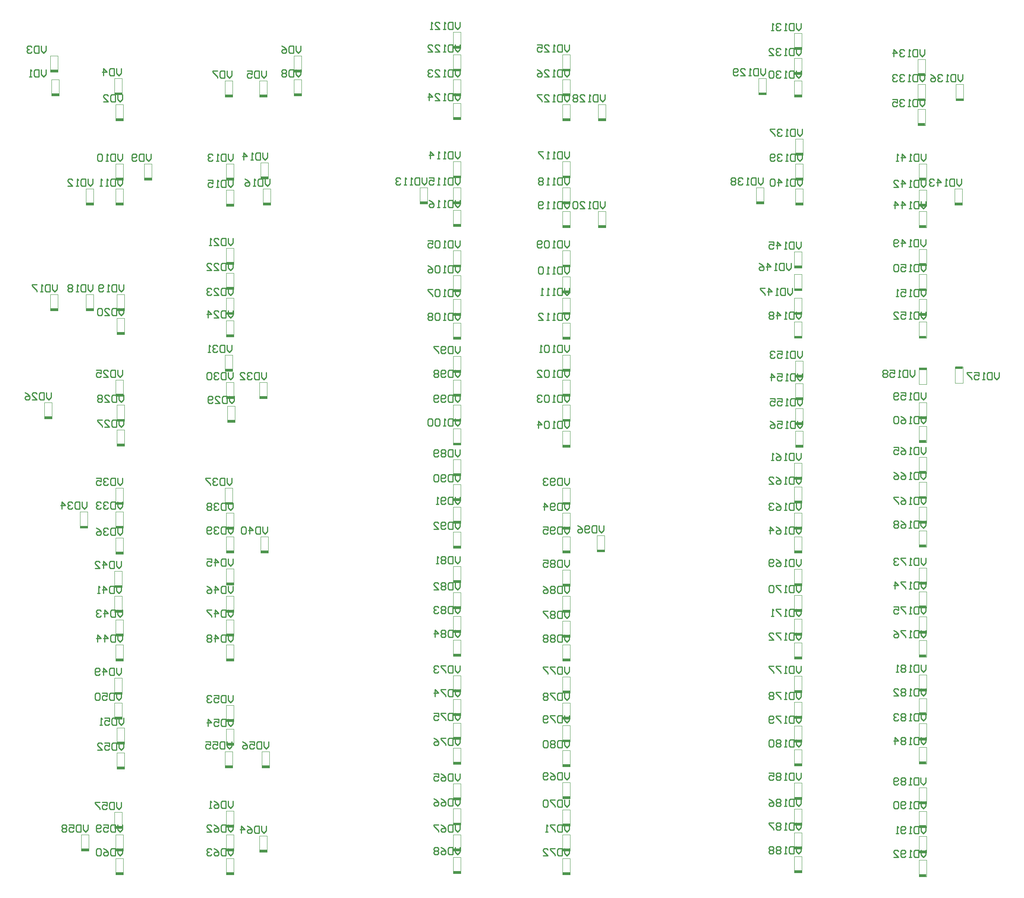
<source format=gbo>
G04 Layer_Color=32896*
%FSLAX42Y42*%
%MOMM*%
G71*
G01*
G75*
%ADD21C,0.25*%
%ADD31C,0.08*%
%ADD32C,0.10*%
%ADD33R,1.65X0.50*%
D21*
X1432Y19238D02*
Y19136D01*
X1381Y19085D01*
X1331Y19136D01*
Y19238D01*
X1280D02*
Y19085D01*
X1204D01*
X1178Y19111D01*
Y19212D01*
X1204Y19238D01*
X1280D01*
X1127Y19212D02*
X1102Y19238D01*
X1051D01*
X1026Y19212D01*
Y19187D01*
X1051Y19161D01*
X1077D01*
X1051D01*
X1026Y19136D01*
Y19111D01*
X1051Y19085D01*
X1102D01*
X1127Y19111D01*
X20000Y12303D02*
Y12202D01*
X19949Y12151D01*
X19898Y12202D01*
Y12303D01*
X19847D02*
Y12151D01*
X19771D01*
X19746Y12176D01*
Y12278D01*
X19771Y12303D01*
X19847D01*
X19695Y12151D02*
X19644D01*
X19669D01*
Y12303D01*
X19695Y12278D01*
X19466Y12303D02*
X19568D01*
Y12227D01*
X19517Y12253D01*
X19492D01*
X19466Y12227D01*
Y12176D01*
X19492Y12151D01*
X19542D01*
X19568Y12176D01*
X19416Y12278D02*
X19390Y12303D01*
X19339D01*
X19314Y12278D01*
Y12253D01*
X19339Y12227D01*
X19314Y12202D01*
Y12176D01*
X19339Y12151D01*
X19390D01*
X19416Y12176D01*
Y12202D01*
X19390Y12227D01*
X19416Y12253D01*
Y12278D01*
X19390Y12227D02*
X19339D01*
X21803Y12253D02*
Y12151D01*
X21752Y12100D01*
X21701Y12151D01*
Y12253D01*
X21651D02*
Y12100D01*
X21574D01*
X21549Y12126D01*
Y12227D01*
X21574Y12253D01*
X21651D01*
X21498Y12100D02*
X21447D01*
X21473D01*
Y12253D01*
X21498Y12227D01*
X21270Y12253D02*
X21371D01*
Y12176D01*
X21321Y12202D01*
X21295D01*
X21270Y12176D01*
Y12126D01*
X21295Y12100D01*
X21346D01*
X21371Y12126D01*
X21219Y12253D02*
X21117D01*
Y12227D01*
X21219Y12126D01*
Y12100D01*
X1432Y18730D02*
Y18628D01*
X1381Y18577D01*
X1331Y18628D01*
Y18730D01*
X1280D02*
Y18577D01*
X1204D01*
X1178Y18603D01*
Y18704D01*
X1204Y18730D01*
X1280D01*
X1127Y18577D02*
X1077D01*
X1102D01*
Y18730D01*
X1127Y18704D01*
X3062Y18202D02*
Y18101D01*
X3011Y18050D01*
X2960Y18101D01*
Y18202D01*
X2910D02*
Y18050D01*
X2833D01*
X2808Y18075D01*
Y18177D01*
X2833Y18202D01*
X2910D01*
X2656Y18050D02*
X2757D01*
X2656Y18152D01*
Y18177D01*
X2681Y18202D01*
X2732D01*
X2757Y18177D01*
X3036Y18761D02*
Y18660D01*
X2986Y18609D01*
X2935Y18660D01*
Y18761D01*
X2884D02*
Y18609D01*
X2808D01*
X2782Y18634D01*
Y18736D01*
X2808Y18761D01*
X2884D01*
X2656Y18609D02*
Y18761D01*
X2732Y18685D01*
X2630D01*
X6136Y18710D02*
Y18609D01*
X6086Y18558D01*
X6035Y18609D01*
Y18710D01*
X5984D02*
Y18558D01*
X5908D01*
X5882Y18583D01*
Y18685D01*
X5908Y18710D01*
X5984D01*
X5730D02*
X5832D01*
Y18634D01*
X5781Y18660D01*
X5756D01*
X5730Y18634D01*
Y18583D01*
X5756Y18558D01*
X5806D01*
X5832Y18583D01*
X6872Y19244D02*
Y19142D01*
X6821Y19091D01*
X6770Y19142D01*
Y19244D01*
X6719D02*
Y19091D01*
X6643D01*
X6618Y19117D01*
Y19218D01*
X6643Y19244D01*
X6719D01*
X6465D02*
X6516Y19218D01*
X6567Y19168D01*
Y19117D01*
X6542Y19091D01*
X6491D01*
X6465Y19117D01*
Y19142D01*
X6491Y19168D01*
X6567D01*
X5400Y18710D02*
Y18609D01*
X5349Y18558D01*
X5298Y18609D01*
Y18710D01*
X5247D02*
Y18558D01*
X5171D01*
X5146Y18583D01*
Y18685D01*
X5171Y18710D01*
X5247D01*
X5095D02*
X4993D01*
Y18685D01*
X5095Y18583D01*
Y18558D01*
X6872Y18736D02*
Y18634D01*
X6821Y18583D01*
X6770Y18634D01*
Y18736D01*
X6719D02*
Y18583D01*
X6643D01*
X6618Y18609D01*
Y18710D01*
X6643Y18736D01*
X6719D01*
X6567Y18710D02*
X6541Y18736D01*
X6491D01*
X6465Y18710D01*
Y18685D01*
X6491Y18660D01*
X6465Y18634D01*
Y18609D01*
X6491Y18583D01*
X6541D01*
X6567Y18609D01*
Y18634D01*
X6541Y18660D01*
X6567Y18685D01*
Y18710D01*
X6541Y18660D02*
X6491D01*
X3672Y16932D02*
Y16831D01*
X3622Y16780D01*
X3571Y16831D01*
Y16932D01*
X3520D02*
Y16780D01*
X3444D01*
X3418Y16805D01*
Y16907D01*
X3444Y16932D01*
X3520D01*
X3368Y16805D02*
X3342Y16780D01*
X3291D01*
X3266Y16805D01*
Y16907D01*
X3291Y16932D01*
X3342D01*
X3368Y16907D01*
Y16882D01*
X3342Y16856D01*
X3266D01*
X3064Y16932D02*
Y16831D01*
X3013Y16780D01*
X2962Y16831D01*
Y16932D01*
X2912D02*
Y16780D01*
X2835D01*
X2810Y16805D01*
Y16907D01*
X2835Y16932D01*
X2912D01*
X2759Y16780D02*
X2708D01*
X2734D01*
Y16932D01*
X2759Y16907D01*
X2632D02*
X2607Y16932D01*
X2556D01*
X2531Y16907D01*
Y16805D01*
X2556Y16780D01*
X2607D01*
X2632Y16805D01*
Y16907D01*
X3063Y16399D02*
Y16297D01*
X3012Y16247D01*
X2961Y16297D01*
Y16399D01*
X2910D02*
Y16247D01*
X2834D01*
X2809Y16272D01*
Y16374D01*
X2834Y16399D01*
X2910D01*
X2758Y16247D02*
X2707D01*
X2733D01*
Y16399D01*
X2758Y16374D01*
X2631Y16247D02*
X2580D01*
X2606D01*
Y16399D01*
X2631Y16374D01*
X2429Y16399D02*
Y16297D01*
X2378Y16247D01*
X2327Y16297D01*
Y16399D01*
X2276D02*
Y16247D01*
X2200D01*
X2175Y16272D01*
Y16374D01*
X2200Y16399D01*
X2276D01*
X2124Y16247D02*
X2073D01*
X2099D01*
Y16399D01*
X2124Y16374D01*
X1896Y16247D02*
X1997D01*
X1896Y16348D01*
Y16374D01*
X1921Y16399D01*
X1972D01*
X1997Y16374D01*
X5425Y16932D02*
Y16831D01*
X5374Y16780D01*
X5323Y16831D01*
Y16932D01*
X5272D02*
Y16780D01*
X5196D01*
X5171Y16805D01*
Y16907D01*
X5196Y16932D01*
X5272D01*
X5120Y16780D02*
X5069D01*
X5095D01*
Y16932D01*
X5120Y16907D01*
X4993D02*
X4968Y16932D01*
X4917D01*
X4891Y16907D01*
Y16882D01*
X4917Y16856D01*
X4942D01*
X4917D01*
X4891Y16831D01*
Y16805D01*
X4917Y16780D01*
X4968D01*
X4993Y16805D01*
X6162Y16958D02*
Y16856D01*
X6112Y16805D01*
X6061Y16856D01*
Y16958D01*
X6010D02*
Y16805D01*
X5934D01*
X5909Y16831D01*
Y16932D01*
X5934Y16958D01*
X6010D01*
X5858Y16805D02*
X5807D01*
X5832D01*
Y16958D01*
X5858Y16932D01*
X5655Y16805D02*
Y16958D01*
X5731Y16882D01*
X5629D01*
X5425Y16374D02*
Y16272D01*
X5374Y16221D01*
X5323Y16272D01*
Y16374D01*
X5272D02*
Y16221D01*
X5196D01*
X5171Y16247D01*
Y16348D01*
X5196Y16374D01*
X5272D01*
X5120Y16221D02*
X5069D01*
X5094D01*
Y16374D01*
X5120Y16348D01*
X4891Y16374D02*
X4993D01*
Y16297D01*
X4942Y16323D01*
X4917D01*
X4891Y16297D01*
Y16247D01*
X4917Y16221D01*
X4968D01*
X4993Y16247D01*
X6213Y16399D02*
Y16297D01*
X6162Y16247D01*
X6112Y16297D01*
Y16399D01*
X6061D02*
Y16247D01*
X5985D01*
X5959Y16272D01*
Y16374D01*
X5985Y16399D01*
X6061D01*
X5908Y16247D02*
X5858D01*
X5883D01*
Y16399D01*
X5908Y16374D01*
X5680Y16399D02*
X5731Y16374D01*
X5782Y16323D01*
Y16272D01*
X5756Y16247D01*
X5705D01*
X5680Y16272D01*
Y16297D01*
X5705Y16323D01*
X5782D01*
X1665Y14138D02*
Y14037D01*
X1614Y13986D01*
X1564Y14037D01*
Y14138D01*
X1513D02*
Y13986D01*
X1437D01*
X1411Y14011D01*
Y14113D01*
X1437Y14138D01*
X1513D01*
X1361Y13986D02*
X1310D01*
X1335D01*
Y14138D01*
X1361Y14113D01*
X1234Y14138D02*
X1132D01*
Y14113D01*
X1234Y14011D01*
Y13986D01*
X2428Y14138D02*
Y14037D01*
X2378Y13986D01*
X2327Y14037D01*
Y14138D01*
X2276D02*
Y13986D01*
X2200D01*
X2175Y14011D01*
Y14113D01*
X2200Y14138D01*
X2276D01*
X2124Y13986D02*
X2073D01*
X2098D01*
Y14138D01*
X2124Y14113D01*
X1997D02*
X1971Y14138D01*
X1921D01*
X1895Y14113D01*
Y14088D01*
X1921Y14062D01*
X1895Y14037D01*
Y14011D01*
X1921Y13986D01*
X1971D01*
X1997Y14011D01*
Y14037D01*
X1971Y14062D01*
X1997Y14088D01*
Y14113D01*
X1971Y14062D02*
X1921D01*
X3088Y14138D02*
Y14037D01*
X3037Y13986D01*
X2986Y14037D01*
Y14138D01*
X2935D02*
Y13986D01*
X2859D01*
X2834Y14011D01*
Y14113D01*
X2859Y14138D01*
X2935D01*
X2783Y13986D02*
X2732D01*
X2757D01*
Y14138D01*
X2783Y14113D01*
X2656Y14011D02*
X2630Y13986D01*
X2580D01*
X2554Y14011D01*
Y14113D01*
X2580Y14138D01*
X2630D01*
X2656Y14113D01*
Y14088D01*
X2630Y14062D01*
X2554D01*
X3089Y13630D02*
Y13529D01*
X3038Y13478D01*
X2987Y13529D01*
Y13630D01*
X2936D02*
Y13478D01*
X2860D01*
X2835Y13503D01*
Y13605D01*
X2860Y13630D01*
X2936D01*
X2682Y13478D02*
X2784D01*
X2682Y13580D01*
Y13605D01*
X2708Y13630D01*
X2759D01*
X2784Y13605D01*
X2632D02*
X2606Y13630D01*
X2555D01*
X2530Y13605D01*
Y13503D01*
X2555Y13478D01*
X2606D01*
X2632Y13503D01*
Y13605D01*
X5424Y15129D02*
Y15027D01*
X5373Y14977D01*
X5323Y15027D01*
Y15129D01*
X5272D02*
Y14977D01*
X5196D01*
X5170Y15002D01*
Y15104D01*
X5196Y15129D01*
X5272D01*
X5018Y14977D02*
X5119D01*
X5018Y15078D01*
Y15104D01*
X5043Y15129D01*
X5094D01*
X5119Y15104D01*
X4967Y14977D02*
X4916D01*
X4942D01*
Y15129D01*
X4967Y15104D01*
X5425Y14596D02*
Y14494D01*
X5375Y14443D01*
X5324Y14494D01*
Y14596D01*
X5273D02*
Y14443D01*
X5197D01*
X5171Y14469D01*
Y14570D01*
X5197Y14596D01*
X5273D01*
X5019Y14443D02*
X5121D01*
X5019Y14545D01*
Y14570D01*
X5045Y14596D01*
X5095D01*
X5121Y14570D01*
X4867Y14443D02*
X4968D01*
X4867Y14545D01*
Y14570D01*
X4892Y14596D01*
X4943D01*
X4968Y14570D01*
X5424Y14062D02*
Y13961D01*
X5373Y13910D01*
X5322Y13961D01*
Y14062D01*
X5272D02*
Y13910D01*
X5196D01*
X5170Y13935D01*
Y14037D01*
X5196Y14062D01*
X5272D01*
X5018Y13910D02*
X5119D01*
X5018Y14011D01*
Y14037D01*
X5043Y14062D01*
X5094D01*
X5119Y14037D01*
X4967D02*
X4942Y14062D01*
X4891D01*
X4865Y14037D01*
Y14011D01*
X4891Y13986D01*
X4916D01*
X4891D01*
X4865Y13961D01*
Y13935D01*
X4891Y13910D01*
X4942D01*
X4967Y13935D01*
X5425Y13580D02*
Y13478D01*
X5374Y13427D01*
X5324Y13478D01*
Y13580D01*
X5273D02*
Y13427D01*
X5197D01*
X5171Y13453D01*
Y13554D01*
X5197Y13580D01*
X5273D01*
X5019Y13427D02*
X5121D01*
X5019Y13529D01*
Y13554D01*
X5044Y13580D01*
X5095D01*
X5121Y13554D01*
X4892Y13427D02*
Y13580D01*
X4968Y13503D01*
X4867D01*
X3062Y12310D02*
Y12208D01*
X3011Y12157D01*
X2960Y12208D01*
Y12310D01*
X2909D02*
Y12157D01*
X2833D01*
X2808Y12183D01*
Y12284D01*
X2833Y12310D01*
X2909D01*
X2655Y12157D02*
X2757D01*
X2655Y12259D01*
Y12284D01*
X2681Y12310D01*
X2732D01*
X2757Y12284D01*
X2503Y12310D02*
X2605D01*
Y12233D01*
X2554Y12259D01*
X2528D01*
X2503Y12233D01*
Y12183D01*
X2528Y12157D01*
X2579D01*
X2605Y12183D01*
X1539Y11827D02*
Y11725D01*
X1488Y11675D01*
X1437Y11725D01*
Y11827D01*
X1387D02*
Y11675D01*
X1310D01*
X1285Y11700D01*
Y11802D01*
X1310Y11827D01*
X1387D01*
X1133Y11675D02*
X1234D01*
X1133Y11776D01*
Y11802D01*
X1158Y11827D01*
X1209D01*
X1234Y11802D01*
X980Y11827D02*
X1031Y11802D01*
X1082Y11751D01*
Y11700D01*
X1056Y11675D01*
X1006D01*
X980Y11700D01*
Y11725D01*
X1006Y11751D01*
X1082D01*
X3087Y11243D02*
Y11141D01*
X3036Y11090D01*
X2985Y11141D01*
Y11243D01*
X2935D02*
Y11090D01*
X2858D01*
X2833Y11116D01*
Y11217D01*
X2858Y11243D01*
X2935D01*
X2681Y11090D02*
X2782D01*
X2681Y11192D01*
Y11217D01*
X2706Y11243D01*
X2757D01*
X2782Y11217D01*
X2630Y11243D02*
X2528D01*
Y11217D01*
X2630Y11116D01*
Y11090D01*
X3088Y11776D02*
Y11675D01*
X3037Y11624D01*
X2987Y11675D01*
Y11776D01*
X2936D02*
Y11624D01*
X2860D01*
X2834Y11649D01*
Y11751D01*
X2860Y11776D01*
X2936D01*
X2682Y11624D02*
X2783D01*
X2682Y11725D01*
Y11751D01*
X2707Y11776D01*
X2758D01*
X2783Y11751D01*
X2631D02*
X2606Y11776D01*
X2555D01*
X2530Y11751D01*
Y11725D01*
X2555Y11700D01*
X2530Y11675D01*
Y11649D01*
X2555Y11624D01*
X2606D01*
X2631Y11649D01*
Y11675D01*
X2606Y11700D01*
X2631Y11725D01*
Y11751D01*
X2606Y11700D02*
X2555D01*
X5452Y11751D02*
Y11649D01*
X5401Y11598D01*
X5350Y11649D01*
Y11751D01*
X5299D02*
Y11598D01*
X5223D01*
X5198Y11624D01*
Y11725D01*
X5223Y11751D01*
X5299D01*
X5045Y11598D02*
X5147D01*
X5045Y11700D01*
Y11725D01*
X5071Y11751D01*
X5122D01*
X5147Y11725D01*
X4995Y11624D02*
X4969Y11598D01*
X4918D01*
X4893Y11624D01*
Y11725D01*
X4918Y11751D01*
X4969D01*
X4995Y11725D01*
Y11700D01*
X4969Y11675D01*
X4893D01*
X5425Y12259D02*
Y12157D01*
X5374Y12106D01*
X5323Y12157D01*
Y12259D01*
X5273D02*
Y12106D01*
X5196D01*
X5171Y12132D01*
Y12233D01*
X5196Y12259D01*
X5273D01*
X5120Y12233D02*
X5095Y12259D01*
X5044D01*
X5019Y12233D01*
Y12208D01*
X5044Y12183D01*
X5069D01*
X5044D01*
X5019Y12157D01*
Y12132D01*
X5044Y12106D01*
X5095D01*
X5120Y12132D01*
X4968Y12233D02*
X4942Y12259D01*
X4892D01*
X4866Y12233D01*
Y12132D01*
X4892Y12106D01*
X4942D01*
X4968Y12132D01*
Y12233D01*
X5401Y12843D02*
Y12741D01*
X5350Y12691D01*
X5299Y12741D01*
Y12843D01*
X5248D02*
Y12691D01*
X5172D01*
X5147Y12716D01*
Y12818D01*
X5172Y12843D01*
X5248D01*
X5096Y12818D02*
X5071Y12843D01*
X5020D01*
X4994Y12818D01*
Y12792D01*
X5020Y12767D01*
X5045D01*
X5020D01*
X4994Y12741D01*
Y12716D01*
X5020Y12691D01*
X5071D01*
X5096Y12716D01*
X4944Y12691D02*
X4893D01*
X4918D01*
Y12843D01*
X4944Y12818D01*
X6136Y12259D02*
Y12157D01*
X6085Y12106D01*
X6034Y12157D01*
Y12259D01*
X5984D02*
Y12106D01*
X5907D01*
X5882Y12132D01*
Y12233D01*
X5907Y12259D01*
X5984D01*
X5831Y12233D02*
X5806Y12259D01*
X5755D01*
X5730Y12233D01*
Y12208D01*
X5755Y12183D01*
X5780D01*
X5755D01*
X5730Y12157D01*
Y12132D01*
X5755Y12106D01*
X5806D01*
X5831Y12132D01*
X5577Y12106D02*
X5679D01*
X5577Y12208D01*
Y12233D01*
X5603Y12259D01*
X5654D01*
X5679Y12233D01*
X3064Y9490D02*
Y9389D01*
X3013Y9338D01*
X2962Y9389D01*
Y9490D01*
X2911D02*
Y9338D01*
X2835D01*
X2810Y9363D01*
Y9465D01*
X2835Y9490D01*
X2911D01*
X2759Y9465D02*
X2734Y9490D01*
X2683D01*
X2657Y9465D01*
Y9439D01*
X2683Y9414D01*
X2708D01*
X2683D01*
X2657Y9389D01*
Y9363D01*
X2683Y9338D01*
X2734D01*
X2759Y9363D01*
X2607Y9465D02*
X2581Y9490D01*
X2531D01*
X2505Y9465D01*
Y9439D01*
X2531Y9414D01*
X2556D01*
X2531D01*
X2505Y9389D01*
Y9363D01*
X2531Y9338D01*
X2581D01*
X2607Y9363D01*
X2300Y9490D02*
Y9389D01*
X2250Y9338D01*
X2199Y9389D01*
Y9490D01*
X2148D02*
Y9338D01*
X2072D01*
X2047Y9363D01*
Y9465D01*
X2072Y9490D01*
X2148D01*
X1996Y9465D02*
X1970Y9490D01*
X1920D01*
X1894Y9465D01*
Y9439D01*
X1920Y9414D01*
X1945D01*
X1920D01*
X1894Y9389D01*
Y9363D01*
X1920Y9338D01*
X1970D01*
X1996Y9363D01*
X1767Y9338D02*
Y9490D01*
X1843Y9414D01*
X1742D01*
X3064Y9998D02*
Y9897D01*
X3013Y9846D01*
X2962Y9897D01*
Y9998D01*
X2911D02*
Y9846D01*
X2835D01*
X2810Y9871D01*
Y9973D01*
X2835Y9998D01*
X2911D01*
X2759Y9973D02*
X2734Y9998D01*
X2683D01*
X2657Y9973D01*
Y9947D01*
X2683Y9922D01*
X2708D01*
X2683D01*
X2657Y9897D01*
Y9871D01*
X2683Y9846D01*
X2734D01*
X2759Y9871D01*
X2505Y9998D02*
X2607D01*
Y9922D01*
X2556Y9947D01*
X2530D01*
X2505Y9922D01*
Y9871D01*
X2530Y9846D01*
X2581D01*
X2607Y9871D01*
X3062Y8931D02*
Y8830D01*
X3012Y8779D01*
X2961Y8830D01*
Y8931D01*
X2910D02*
Y8779D01*
X2834D01*
X2808Y8804D01*
Y8906D01*
X2834Y8931D01*
X2910D01*
X2758Y8906D02*
X2732Y8931D01*
X2681D01*
X2656Y8906D01*
Y8881D01*
X2681Y8855D01*
X2707D01*
X2681D01*
X2656Y8830D01*
Y8804D01*
X2681Y8779D01*
X2732D01*
X2758Y8804D01*
X2504Y8931D02*
X2554Y8906D01*
X2605Y8855D01*
Y8804D01*
X2580Y8779D01*
X2529D01*
X2504Y8804D01*
Y8830D01*
X2529Y8855D01*
X2605D01*
X5400Y9998D02*
Y9897D01*
X5350Y9846D01*
X5299Y9897D01*
Y9998D01*
X5248D02*
Y9846D01*
X5172D01*
X5146Y9871D01*
Y9973D01*
X5172Y9998D01*
X5248D01*
X5096Y9973D02*
X5070Y9998D01*
X5019D01*
X4994Y9973D01*
Y9947D01*
X5019Y9922D01*
X5045D01*
X5019D01*
X4994Y9897D01*
Y9871D01*
X5019Y9846D01*
X5070D01*
X5096Y9871D01*
X4943Y9998D02*
X4842D01*
Y9973D01*
X4943Y9871D01*
Y9846D01*
X5424Y9465D02*
Y9363D01*
X5374Y9312D01*
X5323Y9363D01*
Y9465D01*
X5272D02*
Y9312D01*
X5196D01*
X5170Y9338D01*
Y9439D01*
X5196Y9465D01*
X5272D01*
X5120Y9439D02*
X5094Y9465D01*
X5043D01*
X5018Y9439D01*
Y9414D01*
X5043Y9389D01*
X5069D01*
X5043D01*
X5018Y9363D01*
Y9338D01*
X5043Y9312D01*
X5094D01*
X5120Y9338D01*
X4967Y9439D02*
X4942Y9465D01*
X4891D01*
X4866Y9439D01*
Y9414D01*
X4891Y9389D01*
X4866Y9363D01*
Y9338D01*
X4891Y9312D01*
X4942D01*
X4967Y9338D01*
Y9363D01*
X4942Y9389D01*
X4967Y9414D01*
Y9439D01*
X4942Y9389D02*
X4891D01*
X5426Y8957D02*
Y8855D01*
X5375Y8804D01*
X5324Y8855D01*
Y8957D01*
X5273D02*
Y8804D01*
X5197D01*
X5172Y8830D01*
Y8931D01*
X5197Y8957D01*
X5273D01*
X5121Y8931D02*
X5095Y8957D01*
X5045D01*
X5019Y8931D01*
Y8906D01*
X5045Y8881D01*
X5070D01*
X5045D01*
X5019Y8855D01*
Y8830D01*
X5045Y8804D01*
X5095D01*
X5121Y8830D01*
X4969D02*
X4943Y8804D01*
X4892D01*
X4867Y8830D01*
Y8931D01*
X4892Y8957D01*
X4943D01*
X4969Y8931D01*
Y8906D01*
X4943Y8881D01*
X4867D01*
X6161Y8957D02*
Y8855D01*
X6110Y8804D01*
X6059Y8855D01*
Y8957D01*
X6008D02*
Y8804D01*
X5932D01*
X5907Y8830D01*
Y8931D01*
X5932Y8957D01*
X6008D01*
X5780Y8804D02*
Y8957D01*
X5856Y8881D01*
X5755D01*
X5704Y8931D02*
X5678Y8957D01*
X5628D01*
X5602Y8931D01*
Y8830D01*
X5628Y8804D01*
X5678D01*
X5704Y8830D01*
Y8931D01*
X3038Y7687D02*
Y7585D01*
X2987Y7534D01*
X2936Y7585D01*
Y7687D01*
X2886D02*
Y7534D01*
X2809D01*
X2784Y7560D01*
Y7661D01*
X2809Y7687D01*
X2886D01*
X2657Y7534D02*
Y7687D01*
X2733Y7611D01*
X2632D01*
X2581Y7534D02*
X2530D01*
X2555D01*
Y7687D01*
X2581Y7661D01*
X3037Y8220D02*
Y8119D01*
X2986Y8068D01*
X2935Y8119D01*
Y8220D01*
X2884D02*
Y8068D01*
X2808D01*
X2783Y8093D01*
Y8195D01*
X2808Y8220D01*
X2884D01*
X2656Y8068D02*
Y8220D01*
X2732Y8144D01*
X2630D01*
X2478Y8068D02*
X2579D01*
X2478Y8169D01*
Y8195D01*
X2503Y8220D01*
X2554D01*
X2579Y8195D01*
X3063Y7179D02*
Y7077D01*
X3012Y7026D01*
X2962Y7077D01*
Y7179D01*
X2911D02*
Y7026D01*
X2835D01*
X2809Y7052D01*
Y7153D01*
X2835Y7179D01*
X2911D01*
X2682Y7026D02*
Y7179D01*
X2758Y7103D01*
X2657D01*
X2606Y7153D02*
X2581Y7179D01*
X2530D01*
X2505Y7153D01*
Y7128D01*
X2530Y7103D01*
X2555D01*
X2530D01*
X2505Y7077D01*
Y7052D01*
X2530Y7026D01*
X2581D01*
X2606Y7052D01*
X3062Y6645D02*
Y6544D01*
X3011Y6493D01*
X2960Y6544D01*
Y6645D01*
X2909D02*
Y6493D01*
X2833D01*
X2808Y6518D01*
Y6620D01*
X2833Y6645D01*
X2909D01*
X2681Y6493D02*
Y6645D01*
X2757Y6569D01*
X2656D01*
X2529Y6493D02*
Y6645D01*
X2605Y6569D01*
X2503D01*
X5425Y8271D02*
Y8169D01*
X5374Y8119D01*
X5324Y8169D01*
Y8271D01*
X5273D02*
Y8119D01*
X5197D01*
X5171Y8144D01*
Y8246D01*
X5197Y8271D01*
X5273D01*
X5044Y8119D02*
Y8271D01*
X5120Y8195D01*
X5019D01*
X4867Y8271D02*
X4968D01*
Y8195D01*
X4917Y8220D01*
X4892D01*
X4867Y8195D01*
Y8144D01*
X4892Y8119D01*
X4943D01*
X4968Y8144D01*
X5424Y7687D02*
Y7585D01*
X5373Y7534D01*
X5322Y7585D01*
Y7687D01*
X5272D02*
Y7534D01*
X5195D01*
X5170Y7560D01*
Y7661D01*
X5195Y7687D01*
X5272D01*
X5043Y7534D02*
Y7687D01*
X5119Y7611D01*
X5018D01*
X4865Y7687D02*
X4916Y7661D01*
X4967Y7611D01*
Y7560D01*
X4941Y7534D01*
X4891D01*
X4865Y7560D01*
Y7585D01*
X4891Y7611D01*
X4967D01*
X5425Y7179D02*
Y7077D01*
X5374Y7026D01*
X5324Y7077D01*
Y7179D01*
X5273D02*
Y7026D01*
X5197D01*
X5171Y7052D01*
Y7153D01*
X5197Y7179D01*
X5273D01*
X5044Y7026D02*
Y7179D01*
X5120Y7103D01*
X5019D01*
X4968Y7179D02*
X4866D01*
Y7153D01*
X4968Y7052D01*
Y7026D01*
X5424Y6645D02*
Y6544D01*
X5373Y6493D01*
X5322Y6544D01*
Y6645D01*
X5271D02*
Y6493D01*
X5195D01*
X5170Y6518D01*
Y6620D01*
X5195Y6645D01*
X5271D01*
X5043Y6493D02*
Y6645D01*
X5119Y6569D01*
X5017D01*
X4967Y6620D02*
X4941Y6645D01*
X4891D01*
X4865Y6620D01*
Y6595D01*
X4891Y6569D01*
X4865Y6544D01*
Y6518D01*
X4891Y6493D01*
X4941D01*
X4967Y6518D01*
Y6544D01*
X4941Y6569D01*
X4967Y6595D01*
Y6620D01*
X4941Y6569D02*
X4891D01*
X3037Y5934D02*
Y5833D01*
X2987Y5782D01*
X2936Y5833D01*
Y5934D01*
X2885D02*
Y5782D01*
X2809D01*
X2783Y5807D01*
Y5909D01*
X2809Y5934D01*
X2885D01*
X2656Y5782D02*
Y5934D01*
X2733Y5858D01*
X2631D01*
X2580Y5807D02*
X2555Y5782D01*
X2504D01*
X2479Y5807D01*
Y5909D01*
X2504Y5934D01*
X2555D01*
X2580Y5909D01*
Y5883D01*
X2555Y5858D01*
X2479D01*
X3039Y5401D02*
Y5299D01*
X2988Y5248D01*
X2937Y5299D01*
Y5401D01*
X2886D02*
Y5248D01*
X2810D01*
X2785Y5274D01*
Y5375D01*
X2810Y5401D01*
X2886D01*
X2632D02*
X2734D01*
Y5325D01*
X2683Y5350D01*
X2658D01*
X2632Y5325D01*
Y5274D01*
X2658Y5248D01*
X2708D01*
X2734Y5274D01*
X2582Y5375D02*
X2556Y5401D01*
X2505D01*
X2480Y5375D01*
Y5274D01*
X2505Y5248D01*
X2556D01*
X2582Y5274D01*
Y5375D01*
X3088Y4867D02*
Y4766D01*
X3037Y4715D01*
X2986Y4766D01*
Y4867D01*
X2936D02*
Y4715D01*
X2859D01*
X2834Y4740D01*
Y4842D01*
X2859Y4867D01*
X2936D01*
X2682D02*
X2783D01*
Y4791D01*
X2733Y4817D01*
X2707D01*
X2682Y4791D01*
Y4740D01*
X2707Y4715D01*
X2758D01*
X2783Y4740D01*
X2631Y4715D02*
X2580D01*
X2606D01*
Y4867D01*
X2631Y4842D01*
X3089Y4334D02*
Y4232D01*
X3038Y4182D01*
X2988Y4232D01*
Y4334D01*
X2937D02*
Y4182D01*
X2861D01*
X2835Y4207D01*
Y4309D01*
X2861Y4334D01*
X2937D01*
X2683D02*
X2785D01*
Y4258D01*
X2734Y4283D01*
X2708D01*
X2683Y4258D01*
Y4207D01*
X2708Y4182D01*
X2759D01*
X2785Y4207D01*
X2531Y4182D02*
X2632D01*
X2531Y4283D01*
Y4309D01*
X2556Y4334D01*
X2607D01*
X2632Y4309D01*
X5425Y5350D02*
Y5248D01*
X5374Y5198D01*
X5323Y5248D01*
Y5350D01*
X5272D02*
Y5198D01*
X5196D01*
X5171Y5223D01*
Y5325D01*
X5196Y5350D01*
X5272D01*
X5018D02*
X5120D01*
Y5274D01*
X5069Y5299D01*
X5044D01*
X5018Y5274D01*
Y5223D01*
X5044Y5198D01*
X5095D01*
X5120Y5223D01*
X4968Y5325D02*
X4942Y5350D01*
X4891D01*
X4866Y5325D01*
Y5299D01*
X4891Y5274D01*
X4917D01*
X4891D01*
X4866Y5248D01*
Y5223D01*
X4891Y5198D01*
X4942D01*
X4968Y5223D01*
X5426Y4842D02*
Y4740D01*
X5375Y4690D01*
X5324Y4740D01*
Y4842D01*
X5274D02*
Y4690D01*
X5197D01*
X5172Y4715D01*
Y4817D01*
X5197Y4842D01*
X5274D01*
X5020D02*
X5121D01*
Y4766D01*
X5070Y4791D01*
X5045D01*
X5020Y4766D01*
Y4715D01*
X5045Y4690D01*
X5096D01*
X5121Y4715D01*
X4893Y4690D02*
Y4842D01*
X4969Y4766D01*
X4867D01*
X5399Y4359D02*
Y4258D01*
X5348Y4207D01*
X5298Y4258D01*
Y4359D01*
X5247D02*
Y4207D01*
X5171D01*
X5145Y4232D01*
Y4334D01*
X5171Y4359D01*
X5247D01*
X4993D02*
X5094D01*
Y4283D01*
X5044Y4309D01*
X5018D01*
X4993Y4283D01*
Y4232D01*
X5018Y4207D01*
X5069D01*
X5094Y4232D01*
X4841Y4359D02*
X4942D01*
Y4283D01*
X4891Y4309D01*
X4866D01*
X4841Y4283D01*
Y4232D01*
X4866Y4207D01*
X4917D01*
X4942Y4232D01*
X6188Y4359D02*
Y4258D01*
X6137Y4207D01*
X6086Y4258D01*
Y4359D01*
X6035D02*
Y4207D01*
X5959D01*
X5934Y4232D01*
Y4334D01*
X5959Y4359D01*
X6035D01*
X5782D02*
X5883D01*
Y4283D01*
X5832Y4309D01*
X5807D01*
X5782Y4283D01*
Y4232D01*
X5807Y4207D01*
X5858D01*
X5883Y4232D01*
X5629Y4359D02*
X5680Y4334D01*
X5731Y4283D01*
Y4232D01*
X5705Y4207D01*
X5655D01*
X5629Y4232D01*
Y4258D01*
X5655Y4283D01*
X5731D01*
X3037Y3064D02*
Y2962D01*
X2986Y2912D01*
X2935Y2962D01*
Y3064D01*
X2884D02*
Y2912D01*
X2808D01*
X2783Y2937D01*
Y3039D01*
X2808Y3064D01*
X2884D01*
X2631D02*
X2732D01*
Y2988D01*
X2681Y3013D01*
X2656D01*
X2631Y2988D01*
Y2937D01*
X2656Y2912D01*
X2707D01*
X2732Y2937D01*
X2580Y3064D02*
X2478D01*
Y3039D01*
X2580Y2937D01*
Y2912D01*
X2327Y2581D02*
Y2480D01*
X2276Y2429D01*
X2225Y2480D01*
Y2581D01*
X2174D02*
Y2429D01*
X2098D01*
X2073Y2454D01*
Y2556D01*
X2098Y2581D01*
X2174D01*
X1921D02*
X2022D01*
Y2505D01*
X1971Y2531D01*
X1946D01*
X1921Y2505D01*
Y2454D01*
X1946Y2429D01*
X1997D01*
X2022Y2454D01*
X1870Y2556D02*
X1844Y2581D01*
X1794D01*
X1768Y2556D01*
Y2531D01*
X1794Y2505D01*
X1768Y2480D01*
Y2454D01*
X1794Y2429D01*
X1844D01*
X1870Y2454D01*
Y2480D01*
X1844Y2505D01*
X1870Y2531D01*
Y2556D01*
X1844Y2505D02*
X1794D01*
X3062Y2581D02*
Y2480D01*
X3011Y2429D01*
X2961Y2480D01*
Y2581D01*
X2910D02*
Y2429D01*
X2834D01*
X2808Y2454D01*
Y2556D01*
X2834Y2581D01*
X2910D01*
X2656D02*
X2757D01*
Y2505D01*
X2707Y2531D01*
X2681D01*
X2656Y2505D01*
Y2454D01*
X2681Y2429D01*
X2732D01*
X2757Y2454D01*
X2605D02*
X2580Y2429D01*
X2529D01*
X2503Y2454D01*
Y2556D01*
X2529Y2581D01*
X2580D01*
X2605Y2556D01*
Y2531D01*
X2580Y2505D01*
X2503D01*
X3063Y2073D02*
Y1972D01*
X3013Y1921D01*
X2962Y1972D01*
Y2073D01*
X2911D02*
Y1921D01*
X2835D01*
X2809Y1946D01*
Y2048D01*
X2835Y2073D01*
X2911D01*
X2657D02*
X2708Y2048D01*
X2759Y1997D01*
Y1946D01*
X2733Y1921D01*
X2682D01*
X2657Y1946D01*
Y1972D01*
X2682Y1997D01*
X2759D01*
X2606Y2048D02*
X2581Y2073D01*
X2530D01*
X2505Y2048D01*
Y1946D01*
X2530Y1921D01*
X2581D01*
X2606Y1946D01*
Y2048D01*
X5424Y3089D02*
Y2988D01*
X5373Y2937D01*
X5323Y2988D01*
Y3089D01*
X5272D02*
Y2937D01*
X5196D01*
X5170Y2962D01*
Y3064D01*
X5196Y3089D01*
X5272D01*
X5018D02*
X5069Y3064D01*
X5119Y3013D01*
Y2962D01*
X5094Y2937D01*
X5043D01*
X5018Y2962D01*
Y2988D01*
X5043Y3013D01*
X5119D01*
X4967Y2937D02*
X4916D01*
X4942D01*
Y3089D01*
X4967Y3064D01*
X5425Y2581D02*
Y2480D01*
X5375Y2429D01*
X5324Y2480D01*
Y2581D01*
X5273D02*
Y2429D01*
X5197D01*
X5171Y2454D01*
Y2556D01*
X5197Y2581D01*
X5273D01*
X5019D02*
X5070Y2556D01*
X5121Y2505D01*
Y2454D01*
X5095Y2429D01*
X5045D01*
X5019Y2454D01*
Y2480D01*
X5045Y2505D01*
X5121D01*
X4867Y2429D02*
X4968D01*
X4867Y2531D01*
Y2556D01*
X4892Y2581D01*
X4943D01*
X4968Y2556D01*
X5424Y2073D02*
Y1972D01*
X5373Y1921D01*
X5322Y1972D01*
Y2073D01*
X5272D02*
Y1921D01*
X5196D01*
X5170Y1946D01*
Y2048D01*
X5196Y2073D01*
X5272D01*
X5018D02*
X5069Y2048D01*
X5119Y1997D01*
Y1946D01*
X5094Y1921D01*
X5043D01*
X5018Y1946D01*
Y1972D01*
X5043Y1997D01*
X5119D01*
X4967Y2048D02*
X4942Y2073D01*
X4891D01*
X4865Y2048D01*
Y2023D01*
X4891Y1997D01*
X4916D01*
X4891D01*
X4865Y1972D01*
Y1946D01*
X4891Y1921D01*
X4942D01*
X4967Y1946D01*
X6136Y2556D02*
Y2454D01*
X6086Y2404D01*
X6035Y2454D01*
Y2556D01*
X5984D02*
Y2404D01*
X5908D01*
X5883Y2429D01*
Y2531D01*
X5908Y2556D01*
X5984D01*
X5730D02*
X5781Y2531D01*
X5832Y2480D01*
Y2429D01*
X5806Y2404D01*
X5756D01*
X5730Y2429D01*
Y2454D01*
X5756Y2480D01*
X5832D01*
X5603Y2404D02*
Y2556D01*
X5679Y2480D01*
X5578D01*
X10275Y3674D02*
Y3572D01*
X10225Y3521D01*
X10174Y3572D01*
Y3674D01*
X10123D02*
Y3521D01*
X10047D01*
X10021Y3547D01*
Y3648D01*
X10047Y3674D01*
X10123D01*
X9869D02*
X9920Y3648D01*
X9971Y3597D01*
Y3547D01*
X9945Y3521D01*
X9894D01*
X9869Y3547D01*
Y3572D01*
X9894Y3597D01*
X9971D01*
X9717Y3674D02*
X9818D01*
Y3597D01*
X9767Y3623D01*
X9742D01*
X9717Y3597D01*
Y3547D01*
X9742Y3521D01*
X9793D01*
X9818Y3547D01*
X10277Y3140D02*
Y3039D01*
X10226Y2988D01*
X10175Y3039D01*
Y3140D01*
X10124D02*
Y2988D01*
X10048D01*
X10023Y3013D01*
Y3115D01*
X10048Y3140D01*
X10124D01*
X9870D02*
X9921Y3115D01*
X9972Y3064D01*
Y3013D01*
X9946Y2988D01*
X9896D01*
X9870Y3013D01*
Y3039D01*
X9896Y3064D01*
X9972D01*
X9718Y3140D02*
X9769Y3115D01*
X9819Y3064D01*
Y3013D01*
X9794Y2988D01*
X9743D01*
X9718Y3013D01*
Y3039D01*
X9743Y3064D01*
X9819D01*
X10275Y2581D02*
Y2480D01*
X10224Y2429D01*
X10174Y2480D01*
Y2581D01*
X10123D02*
Y2429D01*
X10047D01*
X10021Y2454D01*
Y2556D01*
X10047Y2581D01*
X10123D01*
X9869D02*
X9920Y2556D01*
X9971Y2505D01*
Y2454D01*
X9945Y2429D01*
X9894D01*
X9869Y2454D01*
Y2480D01*
X9894Y2505D01*
X9971D01*
X9818Y2581D02*
X9717D01*
Y2556D01*
X9818Y2454D01*
Y2429D01*
X10276Y2099D02*
Y1997D01*
X10226Y1946D01*
X10175Y1997D01*
Y2099D01*
X10124D02*
Y1946D01*
X10048D01*
X10022Y1972D01*
Y2073D01*
X10048Y2099D01*
X10124D01*
X9870D02*
X9921Y2073D01*
X9972Y2023D01*
Y1972D01*
X9946Y1946D01*
X9896D01*
X9870Y1972D01*
Y1997D01*
X9896Y2023D01*
X9972D01*
X9819Y2073D02*
X9794Y2099D01*
X9743D01*
X9718Y2073D01*
Y2048D01*
X9743Y2023D01*
X9718Y1997D01*
Y1972D01*
X9743Y1946D01*
X9794D01*
X9819Y1972D01*
Y1997D01*
X9794Y2023D01*
X9819Y2048D01*
Y2073D01*
X9794Y2023D02*
X9743D01*
X12612Y3699D02*
Y3597D01*
X12561Y3547D01*
X12510Y3597D01*
Y3699D01*
X12460D02*
Y3547D01*
X12383D01*
X12358Y3572D01*
Y3674D01*
X12383Y3699D01*
X12460D01*
X12206D02*
X12256Y3674D01*
X12307Y3623D01*
Y3572D01*
X12282Y3547D01*
X12231D01*
X12206Y3572D01*
Y3597D01*
X12231Y3623D01*
X12307D01*
X12155Y3572D02*
X12129Y3547D01*
X12079D01*
X12053Y3572D01*
Y3674D01*
X12079Y3699D01*
X12129D01*
X12155Y3674D01*
Y3648D01*
X12129Y3623D01*
X12053D01*
X12613Y3115D02*
Y3013D01*
X12562Y2962D01*
X12512Y3013D01*
Y3115D01*
X12461D02*
Y2962D01*
X12385D01*
X12359Y2988D01*
Y3089D01*
X12385Y3115D01*
X12461D01*
X12308D02*
X12207D01*
Y3089D01*
X12308Y2988D01*
Y2962D01*
X12156Y3089D02*
X12131Y3115D01*
X12080D01*
X12054Y3089D01*
Y2988D01*
X12080Y2962D01*
X12131D01*
X12156Y2988D01*
Y3089D01*
X12614Y2581D02*
Y2480D01*
X12564Y2429D01*
X12513Y2480D01*
Y2581D01*
X12462D02*
Y2429D01*
X12386D01*
X12360Y2454D01*
Y2556D01*
X12386Y2581D01*
X12462D01*
X12310D02*
X12208D01*
Y2556D01*
X12310Y2454D01*
Y2429D01*
X12157D02*
X12106D01*
X12132D01*
Y2581D01*
X12157Y2556D01*
X12613Y2073D02*
Y1972D01*
X12562Y1921D01*
X12511Y1972D01*
Y2073D01*
X12461D02*
Y1921D01*
X12384D01*
X12359Y1946D01*
Y2048D01*
X12384Y2073D01*
X12461D01*
X12308D02*
X12207D01*
Y2048D01*
X12308Y1946D01*
Y1921D01*
X12054D02*
X12156D01*
X12054Y2023D01*
Y2048D01*
X12080Y2073D01*
X12131D01*
X12156Y2048D01*
X10277Y5985D02*
Y5883D01*
X10227Y5833D01*
X10176Y5883D01*
Y5985D01*
X10125D02*
Y5833D01*
X10049D01*
X10023Y5858D01*
Y5960D01*
X10049Y5985D01*
X10125D01*
X9973D02*
X9871D01*
Y5960D01*
X9973Y5858D01*
Y5833D01*
X9820Y5960D02*
X9795Y5985D01*
X9744D01*
X9719Y5960D01*
Y5934D01*
X9744Y5909D01*
X9770D01*
X9744D01*
X9719Y5883D01*
Y5858D01*
X9744Y5833D01*
X9795D01*
X9820Y5858D01*
X10276Y5477D02*
Y5375D01*
X10225Y5325D01*
X10174Y5375D01*
Y5477D01*
X10124D02*
Y5325D01*
X10048D01*
X10022Y5350D01*
Y5452D01*
X10048Y5477D01*
X10124D01*
X9971D02*
X9870D01*
Y5452D01*
X9971Y5350D01*
Y5325D01*
X9743D02*
Y5477D01*
X9819Y5401D01*
X9717D01*
X10277Y4969D02*
Y4867D01*
X10226Y4817D01*
X10176Y4867D01*
Y4969D01*
X10125D02*
Y4817D01*
X10049D01*
X10023Y4842D01*
Y4944D01*
X10049Y4969D01*
X10125D01*
X9973D02*
X9871D01*
Y4944D01*
X9973Y4842D01*
Y4817D01*
X9719Y4969D02*
X9820D01*
Y4893D01*
X9769Y4918D01*
X9744D01*
X9719Y4893D01*
Y4842D01*
X9744Y4817D01*
X9795D01*
X9820Y4842D01*
X10276Y4436D02*
Y4334D01*
X10225Y4283D01*
X10174Y4334D01*
Y4436D01*
X10124D02*
Y4283D01*
X10047D01*
X10022Y4309D01*
Y4410D01*
X10047Y4436D01*
X10124D01*
X9971D02*
X9870D01*
Y4410D01*
X9971Y4309D01*
Y4283D01*
X9717Y4436D02*
X9768Y4410D01*
X9819Y4359D01*
Y4309D01*
X9793Y4283D01*
X9743D01*
X9717Y4309D01*
Y4334D01*
X9743Y4359D01*
X9819D01*
X12614Y5960D02*
Y5858D01*
X12563Y5807D01*
X12512Y5858D01*
Y5960D01*
X12462D02*
Y5807D01*
X12385D01*
X12360Y5833D01*
Y5934D01*
X12385Y5960D01*
X12462D01*
X12309D02*
X12208D01*
Y5934D01*
X12309Y5833D01*
Y5807D01*
X12157Y5960D02*
X12055D01*
Y5934D01*
X12157Y5833D01*
Y5807D01*
X12613Y5401D02*
Y5299D01*
X12562Y5248D01*
X12511Y5299D01*
Y5401D01*
X12460D02*
Y5248D01*
X12384D01*
X12359Y5274D01*
Y5375D01*
X12384Y5401D01*
X12460D01*
X12308D02*
X12206D01*
Y5375D01*
X12308Y5274D01*
Y5248D01*
X12156Y5375D02*
X12130Y5401D01*
X12079D01*
X12054Y5375D01*
Y5350D01*
X12079Y5325D01*
X12054Y5299D01*
Y5274D01*
X12079Y5248D01*
X12130D01*
X12156Y5274D01*
Y5299D01*
X12130Y5325D01*
X12156Y5350D01*
Y5375D01*
X12130Y5325D02*
X12079D01*
X12614Y4918D02*
Y4817D01*
X12563Y4766D01*
X12512Y4817D01*
Y4918D01*
X12461D02*
Y4766D01*
X12385D01*
X12360Y4791D01*
Y4893D01*
X12385Y4918D01*
X12461D01*
X12309D02*
X12208D01*
Y4893D01*
X12309Y4791D01*
Y4766D01*
X12157Y4791D02*
X12131Y4766D01*
X12081D01*
X12055Y4791D01*
Y4893D01*
X12081Y4918D01*
X12131D01*
X12157Y4893D01*
Y4867D01*
X12131Y4842D01*
X12055D01*
X12612Y4385D02*
Y4283D01*
X12562Y4232D01*
X12511Y4283D01*
Y4385D01*
X12460D02*
Y4232D01*
X12384D01*
X12359Y4258D01*
Y4359D01*
X12384Y4385D01*
X12460D01*
X12308Y4359D02*
X12282Y4385D01*
X12232D01*
X12206Y4359D01*
Y4334D01*
X12232Y4309D01*
X12206Y4283D01*
Y4258D01*
X12232Y4232D01*
X12282D01*
X12308Y4258D01*
Y4283D01*
X12282Y4309D01*
X12308Y4334D01*
Y4359D01*
X12282Y4309D02*
X12232D01*
X12155Y4359D02*
X12130Y4385D01*
X12079D01*
X12054Y4359D01*
Y4258D01*
X12079Y4232D01*
X12130D01*
X12155Y4258D01*
Y4359D01*
X10277Y8322D02*
Y8220D01*
X10226Y8169D01*
X10175Y8220D01*
Y8322D01*
X10125D02*
Y8169D01*
X10048D01*
X10023Y8195D01*
Y8296D01*
X10048Y8322D01*
X10125D01*
X9972Y8296D02*
X9947Y8322D01*
X9896D01*
X9871Y8296D01*
Y8271D01*
X9896Y8246D01*
X9871Y8220D01*
Y8195D01*
X9896Y8169D01*
X9947D01*
X9972Y8195D01*
Y8220D01*
X9947Y8246D01*
X9972Y8271D01*
Y8296D01*
X9947Y8246D02*
X9896D01*
X9820Y8169D02*
X9769D01*
X9794D01*
Y8322D01*
X9820Y8296D01*
X10276Y7763D02*
Y7661D01*
X10225Y7611D01*
X10174Y7661D01*
Y7763D01*
X10123D02*
Y7611D01*
X10047D01*
X10022Y7636D01*
Y7738D01*
X10047Y7763D01*
X10123D01*
X9971Y7738D02*
X9945Y7763D01*
X9895D01*
X9869Y7738D01*
Y7712D01*
X9895Y7687D01*
X9869Y7661D01*
Y7636D01*
X9895Y7611D01*
X9945D01*
X9971Y7636D01*
Y7661D01*
X9945Y7687D01*
X9971Y7712D01*
Y7738D01*
X9945Y7687D02*
X9895D01*
X9717Y7611D02*
X9818D01*
X9717Y7712D01*
Y7738D01*
X9742Y7763D01*
X9793D01*
X9818Y7738D01*
X10277Y7255D02*
Y7153D01*
X10226Y7103D01*
X10175Y7153D01*
Y7255D01*
X10124D02*
Y7103D01*
X10048D01*
X10023Y7128D01*
Y7230D01*
X10048Y7255D01*
X10124D01*
X9972Y7230D02*
X9947Y7255D01*
X9896D01*
X9870Y7230D01*
Y7204D01*
X9896Y7179D01*
X9870Y7153D01*
Y7128D01*
X9896Y7103D01*
X9947D01*
X9972Y7128D01*
Y7153D01*
X9947Y7179D01*
X9972Y7204D01*
Y7230D01*
X9947Y7179D02*
X9896D01*
X9820Y7230D02*
X9794Y7255D01*
X9744D01*
X9718Y7230D01*
Y7204D01*
X9744Y7179D01*
X9769D01*
X9744D01*
X9718Y7153D01*
Y7128D01*
X9744Y7103D01*
X9794D01*
X9820Y7128D01*
X10275Y6747D02*
Y6645D01*
X10225Y6595D01*
X10174Y6645D01*
Y6747D01*
X10123D02*
Y6595D01*
X10047D01*
X10021Y6620D01*
Y6722D01*
X10047Y6747D01*
X10123D01*
X9971Y6722D02*
X9945Y6747D01*
X9895D01*
X9869Y6722D01*
Y6696D01*
X9895Y6671D01*
X9869Y6645D01*
Y6620D01*
X9895Y6595D01*
X9945D01*
X9971Y6620D01*
Y6645D01*
X9945Y6671D01*
X9971Y6696D01*
Y6722D01*
X9945Y6671D02*
X9895D01*
X9742Y6595D02*
Y6747D01*
X9818Y6671D01*
X9717D01*
X12613Y8246D02*
Y8144D01*
X12563Y8093D01*
X12512Y8144D01*
Y8246D01*
X12461D02*
Y8093D01*
X12385D01*
X12359Y8119D01*
Y8220D01*
X12385Y8246D01*
X12461D01*
X12309Y8220D02*
X12283Y8246D01*
X12233D01*
X12207Y8220D01*
Y8195D01*
X12233Y8169D01*
X12207Y8144D01*
Y8119D01*
X12233Y8093D01*
X12283D01*
X12309Y8119D01*
Y8144D01*
X12283Y8169D01*
X12309Y8195D01*
Y8220D01*
X12283Y8169D02*
X12233D01*
X12055Y8246D02*
X12156D01*
Y8169D01*
X12106Y8195D01*
X12080D01*
X12055Y8169D01*
Y8119D01*
X12080Y8093D01*
X12131D01*
X12156Y8119D01*
X12612Y7687D02*
Y7585D01*
X12561Y7534D01*
X12511Y7585D01*
Y7687D01*
X12460D02*
Y7534D01*
X12384D01*
X12358Y7560D01*
Y7661D01*
X12384Y7687D01*
X12460D01*
X12307Y7661D02*
X12282Y7687D01*
X12231D01*
X12206Y7661D01*
Y7636D01*
X12231Y7611D01*
X12206Y7585D01*
Y7560D01*
X12231Y7534D01*
X12282D01*
X12307Y7560D01*
Y7585D01*
X12282Y7611D01*
X12307Y7636D01*
Y7661D01*
X12282Y7611D02*
X12231D01*
X12053Y7687D02*
X12104Y7661D01*
X12155Y7611D01*
Y7560D01*
X12130Y7534D01*
X12079D01*
X12053Y7560D01*
Y7585D01*
X12079Y7611D01*
X12155D01*
X12613Y7153D02*
Y7052D01*
X12562Y7001D01*
X12512Y7052D01*
Y7153D01*
X12461D02*
Y7001D01*
X12385D01*
X12359Y7026D01*
Y7128D01*
X12385Y7153D01*
X12461D01*
X12309Y7128D02*
X12283Y7153D01*
X12232D01*
X12207Y7128D01*
Y7103D01*
X12232Y7077D01*
X12207Y7052D01*
Y7026D01*
X12232Y7001D01*
X12283D01*
X12309Y7026D01*
Y7052D01*
X12283Y7077D01*
X12309Y7103D01*
Y7128D01*
X12283Y7077D02*
X12232D01*
X12156Y7153D02*
X12055D01*
Y7128D01*
X12156Y7026D01*
Y7001D01*
X12612Y6645D02*
Y6544D01*
X12561Y6493D01*
X12510Y6544D01*
Y6645D01*
X12460D02*
Y6493D01*
X12383D01*
X12358Y6518D01*
Y6620D01*
X12383Y6645D01*
X12460D01*
X12307Y6620D02*
X12282Y6645D01*
X12231D01*
X12206Y6620D01*
Y6595D01*
X12231Y6569D01*
X12206Y6544D01*
Y6518D01*
X12231Y6493D01*
X12282D01*
X12307Y6518D01*
Y6544D01*
X12282Y6569D01*
X12307Y6595D01*
Y6620D01*
X12282Y6569D02*
X12231D01*
X12155Y6620D02*
X12130Y6645D01*
X12079D01*
X12053Y6620D01*
Y6595D01*
X12079Y6569D01*
X12053Y6544D01*
Y6518D01*
X12079Y6493D01*
X12130D01*
X12155Y6518D01*
Y6544D01*
X12130Y6569D01*
X12155Y6595D01*
Y6620D01*
X12130Y6569D02*
X12079D01*
X10276Y10608D02*
Y10506D01*
X10226Y10455D01*
X10175Y10506D01*
Y10608D01*
X10124D02*
Y10455D01*
X10048D01*
X10022Y10481D01*
Y10582D01*
X10048Y10608D01*
X10124D01*
X9972Y10582D02*
X9946Y10608D01*
X9895D01*
X9870Y10582D01*
Y10557D01*
X9895Y10532D01*
X9870Y10506D01*
Y10481D01*
X9895Y10455D01*
X9946D01*
X9972Y10481D01*
Y10506D01*
X9946Y10532D01*
X9972Y10557D01*
Y10582D01*
X9946Y10532D02*
X9895D01*
X9819Y10481D02*
X9794Y10455D01*
X9743D01*
X9718Y10481D01*
Y10582D01*
X9743Y10608D01*
X9794D01*
X9819Y10582D01*
Y10557D01*
X9794Y10532D01*
X9718D01*
X10278Y10074D02*
Y9973D01*
X10227Y9922D01*
X10176Y9973D01*
Y10074D01*
X10125D02*
Y9922D01*
X10049D01*
X10024Y9947D01*
Y10049D01*
X10049Y10074D01*
X10125D01*
X9973Y9947D02*
X9947Y9922D01*
X9897D01*
X9871Y9947D01*
Y10049D01*
X9897Y10074D01*
X9947D01*
X9973Y10049D01*
Y10024D01*
X9947Y9998D01*
X9871D01*
X9821Y10049D02*
X9795Y10074D01*
X9744D01*
X9719Y10049D01*
Y9947D01*
X9744Y9922D01*
X9795D01*
X9821Y9947D01*
Y10049D01*
X10276Y9592D02*
Y9490D01*
X10225Y9439D01*
X10175Y9490D01*
Y9592D01*
X10124D02*
Y9439D01*
X10048D01*
X10022Y9465D01*
Y9566D01*
X10048Y9592D01*
X10124D01*
X9972Y9465D02*
X9946Y9439D01*
X9895D01*
X9870Y9465D01*
Y9566D01*
X9895Y9592D01*
X9946D01*
X9972Y9566D01*
Y9541D01*
X9946Y9516D01*
X9870D01*
X9819Y9439D02*
X9768D01*
X9794D01*
Y9592D01*
X9819Y9566D01*
X10277Y9058D02*
Y8957D01*
X10227Y8906D01*
X10176Y8957D01*
Y9058D01*
X10125D02*
Y8906D01*
X10049D01*
X10024Y8931D01*
Y9033D01*
X10049Y9058D01*
X10125D01*
X9973Y8931D02*
X9947Y8906D01*
X9897D01*
X9871Y8931D01*
Y9033D01*
X9897Y9058D01*
X9947D01*
X9973Y9033D01*
Y9008D01*
X9947Y8982D01*
X9871D01*
X9719Y8906D02*
X9820D01*
X9719Y9008D01*
Y9033D01*
X9744Y9058D01*
X9795D01*
X9820Y9033D01*
X12613Y9998D02*
Y9897D01*
X12562Y9846D01*
X12511Y9897D01*
Y9998D01*
X12461D02*
Y9846D01*
X12384D01*
X12359Y9871D01*
Y9973D01*
X12384Y9998D01*
X12461D01*
X12308Y9871D02*
X12283Y9846D01*
X12232D01*
X12207Y9871D01*
Y9973D01*
X12232Y9998D01*
X12283D01*
X12308Y9973D01*
Y9947D01*
X12283Y9922D01*
X12207D01*
X12156Y9973D02*
X12130Y9998D01*
X12080D01*
X12054Y9973D01*
Y9947D01*
X12080Y9922D01*
X12105D01*
X12080D01*
X12054Y9897D01*
Y9871D01*
X12080Y9846D01*
X12130D01*
X12156Y9871D01*
X12614Y9465D02*
Y9363D01*
X12563Y9312D01*
X12513Y9363D01*
Y9465D01*
X12462D02*
Y9312D01*
X12386D01*
X12360Y9338D01*
Y9439D01*
X12386Y9465D01*
X12462D01*
X12309Y9338D02*
X12284Y9312D01*
X12233D01*
X12208Y9338D01*
Y9439D01*
X12233Y9465D01*
X12284D01*
X12309Y9439D01*
Y9414D01*
X12284Y9389D01*
X12208D01*
X12081Y9312D02*
Y9465D01*
X12157Y9389D01*
X12055D01*
X12613Y8957D02*
Y8855D01*
X12562Y8804D01*
X12511Y8855D01*
Y8957D01*
X12460D02*
Y8804D01*
X12384D01*
X12359Y8830D01*
Y8931D01*
X12384Y8957D01*
X12460D01*
X12308Y8830D02*
X12283Y8804D01*
X12232D01*
X12207Y8830D01*
Y8931D01*
X12232Y8957D01*
X12283D01*
X12308Y8931D01*
Y8906D01*
X12283Y8881D01*
X12207D01*
X12054Y8957D02*
X12156D01*
Y8881D01*
X12105Y8906D01*
X12080D01*
X12054Y8881D01*
Y8830D01*
X12080Y8804D01*
X12130D01*
X12156Y8830D01*
X13351Y8982D02*
Y8881D01*
X13300Y8830D01*
X13249Y8881D01*
Y8982D01*
X13198D02*
Y8830D01*
X13122D01*
X13097Y8855D01*
Y8957D01*
X13122Y8982D01*
X13198D01*
X13046Y8855D02*
X13020Y8830D01*
X12970D01*
X12944Y8855D01*
Y8957D01*
X12970Y8982D01*
X13020D01*
X13046Y8957D01*
Y8931D01*
X13020Y8906D01*
X12944D01*
X12792Y8982D02*
X12843Y8957D01*
X12894Y8906D01*
Y8855D01*
X12868Y8830D01*
X12817D01*
X12792Y8855D01*
Y8881D01*
X12817Y8906D01*
X12894D01*
X10276Y12818D02*
Y12716D01*
X10225Y12665D01*
X10174Y12716D01*
Y12818D01*
X10124D02*
Y12665D01*
X10047D01*
X10022Y12691D01*
Y12792D01*
X10047Y12818D01*
X10124D01*
X9971Y12691D02*
X9946Y12665D01*
X9895D01*
X9870Y12691D01*
Y12792D01*
X9895Y12818D01*
X9946D01*
X9971Y12792D01*
Y12767D01*
X9946Y12741D01*
X9870D01*
X9819Y12818D02*
X9717D01*
Y12792D01*
X9819Y12691D01*
Y12665D01*
X10277Y12310D02*
Y12208D01*
X10226Y12157D01*
X10175Y12208D01*
Y12310D01*
X10125D02*
Y12157D01*
X10049D01*
X10023Y12183D01*
Y12284D01*
X10049Y12310D01*
X10125D01*
X9972Y12183D02*
X9947Y12157D01*
X9896D01*
X9871Y12183D01*
Y12284D01*
X9896Y12310D01*
X9947D01*
X9972Y12284D01*
Y12259D01*
X9947Y12233D01*
X9871D01*
X9820Y12284D02*
X9795Y12310D01*
X9744D01*
X9718Y12284D01*
Y12259D01*
X9744Y12233D01*
X9718Y12208D01*
Y12183D01*
X9744Y12157D01*
X9795D01*
X9820Y12183D01*
Y12208D01*
X9795Y12233D01*
X9820Y12259D01*
Y12284D01*
X9795Y12233D02*
X9744D01*
X10276Y11776D02*
Y11675D01*
X10225Y11624D01*
X10174Y11675D01*
Y11776D01*
X10123D02*
Y11624D01*
X10047D01*
X10022Y11649D01*
Y11751D01*
X10047Y11776D01*
X10123D01*
X9971Y11649D02*
X9946Y11624D01*
X9895D01*
X9869Y11649D01*
Y11751D01*
X9895Y11776D01*
X9946D01*
X9971Y11751D01*
Y11725D01*
X9946Y11700D01*
X9869D01*
X9819Y11649D02*
X9793Y11624D01*
X9742D01*
X9717Y11649D01*
Y11751D01*
X9742Y11776D01*
X9793D01*
X9819Y11751D01*
Y11725D01*
X9793Y11700D01*
X9717D01*
X10277Y11268D02*
Y11167D01*
X10226Y11116D01*
X10175Y11167D01*
Y11268D01*
X10125D02*
Y11116D01*
X10048D01*
X10023Y11141D01*
Y11243D01*
X10048Y11268D01*
X10125D01*
X9972Y11116D02*
X9921D01*
X9947D01*
Y11268D01*
X9972Y11243D01*
X9845D02*
X9820Y11268D01*
X9769D01*
X9744Y11243D01*
Y11141D01*
X9769Y11116D01*
X9820D01*
X9845Y11141D01*
Y11243D01*
X9693D02*
X9668Y11268D01*
X9617D01*
X9591Y11243D01*
Y11141D01*
X9617Y11116D01*
X9668D01*
X9693Y11141D01*
Y11243D01*
X12612Y12843D02*
Y12741D01*
X12562Y12691D01*
X12511Y12741D01*
Y12843D01*
X12460D02*
Y12691D01*
X12384D01*
X12358Y12716D01*
Y12818D01*
X12384Y12843D01*
X12460D01*
X12308Y12691D02*
X12257D01*
X12282D01*
Y12843D01*
X12308Y12818D01*
X12181D02*
X12155Y12843D01*
X12105D01*
X12079Y12818D01*
Y12716D01*
X12105Y12691D01*
X12155D01*
X12181Y12716D01*
Y12818D01*
X12028Y12691D02*
X11978D01*
X12003D01*
Y12843D01*
X12028Y12818D01*
X12614Y12310D02*
Y12208D01*
X12563Y12157D01*
X12512Y12208D01*
Y12310D01*
X12461D02*
Y12157D01*
X12385D01*
X12360Y12183D01*
Y12284D01*
X12385Y12310D01*
X12461D01*
X12309Y12157D02*
X12258D01*
X12284D01*
Y12310D01*
X12309Y12284D01*
X12182D02*
X12157Y12310D01*
X12106D01*
X12080Y12284D01*
Y12183D01*
X12106Y12157D01*
X12157D01*
X12182Y12183D01*
Y12284D01*
X11928Y12157D02*
X12030D01*
X11928Y12259D01*
Y12284D01*
X11953Y12310D01*
X12004D01*
X12030Y12284D01*
X12612Y11776D02*
Y11675D01*
X12561Y11624D01*
X12511Y11675D01*
Y11776D01*
X12460D02*
Y11624D01*
X12384D01*
X12358Y11649D01*
Y11751D01*
X12384Y11776D01*
X12460D01*
X12308Y11624D02*
X12257D01*
X12282D01*
Y11776D01*
X12308Y11751D01*
X12181D02*
X12155Y11776D01*
X12104D01*
X12079Y11751D01*
Y11649D01*
X12104Y11624D01*
X12155D01*
X12181Y11649D01*
Y11751D01*
X12028D02*
X12003Y11776D01*
X11952D01*
X11927Y11751D01*
Y11725D01*
X11952Y11700D01*
X11977D01*
X11952D01*
X11927Y11675D01*
Y11649D01*
X11952Y11624D01*
X12003D01*
X12028Y11649D01*
X12613Y11217D02*
Y11116D01*
X12563Y11065D01*
X12512Y11116D01*
Y11217D01*
X12461D02*
Y11065D01*
X12385D01*
X12360Y11090D01*
Y11192D01*
X12385Y11217D01*
X12461D01*
X12309Y11065D02*
X12258D01*
X12283D01*
Y11217D01*
X12309Y11192D01*
X12182D02*
X12156Y11217D01*
X12106D01*
X12080Y11192D01*
Y11090D01*
X12106Y11065D01*
X12156D01*
X12182Y11090D01*
Y11192D01*
X11953Y11065D02*
Y11217D01*
X12029Y11141D01*
X11928D01*
X10275Y15078D02*
Y14977D01*
X10225Y14926D01*
X10174Y14977D01*
Y15078D01*
X10123D02*
Y14926D01*
X10047D01*
X10021Y14951D01*
Y15053D01*
X10047Y15078D01*
X10123D01*
X9971Y14926D02*
X9920D01*
X9945D01*
Y15078D01*
X9971Y15053D01*
X9844D02*
X9818Y15078D01*
X9768D01*
X9742Y15053D01*
Y14951D01*
X9768Y14926D01*
X9818D01*
X9844Y14951D01*
Y15053D01*
X9590Y15078D02*
X9691D01*
Y15002D01*
X9641Y15027D01*
X9615D01*
X9590Y15002D01*
Y14951D01*
X9615Y14926D01*
X9666D01*
X9691Y14951D01*
X10277Y14545D02*
Y14443D01*
X10226Y14392D01*
X10175Y14443D01*
Y14545D01*
X10124D02*
Y14392D01*
X10048D01*
X10023Y14418D01*
Y14519D01*
X10048Y14545D01*
X10124D01*
X9972Y14392D02*
X9921D01*
X9946D01*
Y14545D01*
X9972Y14519D01*
X9845D02*
X9819Y14545D01*
X9769D01*
X9743Y14519D01*
Y14418D01*
X9769Y14392D01*
X9819D01*
X9845Y14418D01*
Y14519D01*
X9591Y14545D02*
X9642Y14519D01*
X9693Y14469D01*
Y14418D01*
X9667Y14392D01*
X9616D01*
X9591Y14418D01*
Y14443D01*
X9616Y14469D01*
X9693D01*
X10275Y14037D02*
Y13935D01*
X10224Y13884D01*
X10174Y13935D01*
Y14037D01*
X10123D02*
Y13884D01*
X10047D01*
X10021Y13910D01*
Y14011D01*
X10047Y14037D01*
X10123D01*
X9971Y13884D02*
X9920D01*
X9945D01*
Y14037D01*
X9971Y14011D01*
X9844D02*
X9818Y14037D01*
X9767D01*
X9742Y14011D01*
Y13910D01*
X9767Y13884D01*
X9818D01*
X9844Y13910D01*
Y14011D01*
X9691Y14037D02*
X9590D01*
Y14011D01*
X9691Y13910D01*
Y13884D01*
X10276Y13529D02*
Y13427D01*
X10226Y13376D01*
X10175Y13427D01*
Y13529D01*
X10124D02*
Y13376D01*
X10048D01*
X10023Y13402D01*
Y13503D01*
X10048Y13529D01*
X10124D01*
X9972Y13376D02*
X9921D01*
X9946D01*
Y13529D01*
X9972Y13503D01*
X9845D02*
X9819Y13529D01*
X9769D01*
X9743Y13503D01*
Y13402D01*
X9769Y13376D01*
X9819D01*
X9845Y13402D01*
Y13503D01*
X9692D02*
X9667Y13529D01*
X9616D01*
X9591Y13503D01*
Y13478D01*
X9616Y13453D01*
X9591Y13427D01*
Y13402D01*
X9616Y13376D01*
X9667D01*
X9692Y13402D01*
Y13427D01*
X9667Y13453D01*
X9692Y13478D01*
Y13503D01*
X9667Y13453D02*
X9616D01*
X12612Y15078D02*
Y14977D01*
X12561Y14926D01*
X12510Y14977D01*
Y15078D01*
X12460D02*
Y14926D01*
X12383D01*
X12358Y14951D01*
Y15053D01*
X12383Y15078D01*
X12460D01*
X12307Y14926D02*
X12256D01*
X12282D01*
Y15078D01*
X12307Y15053D01*
X12180D02*
X12155Y15078D01*
X12104D01*
X12079Y15053D01*
Y14951D01*
X12104Y14926D01*
X12155D01*
X12180Y14951D01*
Y15053D01*
X12028Y14951D02*
X12002Y14926D01*
X11952D01*
X11926Y14951D01*
Y15053D01*
X11952Y15078D01*
X12002D01*
X12028Y15053D01*
Y15027D01*
X12002Y15002D01*
X11926D01*
X12613Y14519D02*
Y14418D01*
X12562Y14367D01*
X12512Y14418D01*
Y14519D01*
X12461D02*
Y14367D01*
X12385D01*
X12359Y14392D01*
Y14494D01*
X12385Y14519D01*
X12461D01*
X12308Y14367D02*
X12258D01*
X12283D01*
Y14519D01*
X12308Y14494D01*
X12181Y14367D02*
X12131D01*
X12156D01*
Y14519D01*
X12181Y14494D01*
X12054D02*
X12029Y14519D01*
X11978D01*
X11953Y14494D01*
Y14392D01*
X11978Y14367D01*
X12029D01*
X12054Y14392D01*
Y14494D01*
X12614Y14062D02*
Y13961D01*
X12564Y13910D01*
X12513Y13961D01*
Y14062D01*
X12462D02*
Y13910D01*
X12386D01*
X12360Y13935D01*
Y14037D01*
X12386Y14062D01*
X12462D01*
X12310Y13910D02*
X12259D01*
X12284D01*
Y14062D01*
X12310Y14037D01*
X12183Y13910D02*
X12132D01*
X12157D01*
Y14062D01*
X12183Y14037D01*
X12056Y13910D02*
X12005D01*
X12030D01*
Y14062D01*
X12056Y14037D01*
X12613Y13529D02*
Y13427D01*
X12562Y13376D01*
X12511Y13427D01*
Y13529D01*
X12461D02*
Y13376D01*
X12384D01*
X12359Y13402D01*
Y13503D01*
X12384Y13529D01*
X12461D01*
X12308Y13376D02*
X12257D01*
X12283D01*
Y13529D01*
X12308Y13503D01*
X12181Y13376D02*
X12131D01*
X12156D01*
Y13529D01*
X12181Y13503D01*
X11953Y13376D02*
X12054D01*
X11953Y13478D01*
Y13503D01*
X11978Y13529D01*
X12029D01*
X12054Y13503D01*
X9566Y16424D02*
Y16323D01*
X9515Y16272D01*
X9465Y16323D01*
Y16424D01*
X9414D02*
Y16272D01*
X9338D01*
X9312Y16297D01*
Y16399D01*
X9338Y16424D01*
X9414D01*
X9261Y16272D02*
X9211D01*
X9236D01*
Y16424D01*
X9261Y16399D01*
X9135Y16272D02*
X9084D01*
X9109D01*
Y16424D01*
X9135Y16399D01*
X9008D02*
X8982Y16424D01*
X8931D01*
X8906Y16399D01*
Y16374D01*
X8931Y16348D01*
X8957D01*
X8931D01*
X8906Y16323D01*
Y16297D01*
X8931Y16272D01*
X8982D01*
X9008Y16297D01*
X10276Y16983D02*
Y16882D01*
X10225Y16831D01*
X10174Y16882D01*
Y16983D01*
X10124D02*
Y16831D01*
X10048D01*
X10022Y16856D01*
Y16958D01*
X10048Y16983D01*
X10124D01*
X9971Y16831D02*
X9921D01*
X9946D01*
Y16983D01*
X9971Y16958D01*
X9844Y16831D02*
X9794D01*
X9819D01*
Y16983D01*
X9844Y16958D01*
X9641Y16831D02*
Y16983D01*
X9717Y16907D01*
X9616D01*
X10277Y16424D02*
Y16323D01*
X10226Y16272D01*
X10176Y16323D01*
Y16424D01*
X10125D02*
Y16272D01*
X10049D01*
X10023Y16297D01*
Y16399D01*
X10049Y16424D01*
X10125D01*
X9973Y16272D02*
X9922D01*
X9947D01*
Y16424D01*
X9973Y16399D01*
X9846Y16272D02*
X9795D01*
X9820D01*
Y16424D01*
X9846Y16399D01*
X9617Y16424D02*
X9719D01*
Y16348D01*
X9668Y16374D01*
X9642D01*
X9617Y16348D01*
Y16297D01*
X9642Y16272D01*
X9693D01*
X9719Y16297D01*
X10276Y15942D02*
Y15840D01*
X10225Y15789D01*
X10174Y15840D01*
Y15942D01*
X10124D02*
Y15789D01*
X10047D01*
X10022Y15815D01*
Y15916D01*
X10047Y15942D01*
X10124D01*
X9971Y15789D02*
X9920D01*
X9946D01*
Y15942D01*
X9971Y15916D01*
X9844Y15789D02*
X9793D01*
X9819D01*
Y15942D01*
X9844Y15916D01*
X9616Y15942D02*
X9667Y15916D01*
X9717Y15866D01*
Y15815D01*
X9692Y15789D01*
X9641D01*
X9616Y15815D01*
Y15840D01*
X9641Y15866D01*
X9717D01*
X12614Y16983D02*
Y16882D01*
X12563Y16831D01*
X12512Y16882D01*
Y16983D01*
X12462D02*
Y16831D01*
X12385D01*
X12360Y16856D01*
Y16958D01*
X12385Y16983D01*
X12462D01*
X12309Y16831D02*
X12258D01*
X12284D01*
Y16983D01*
X12309Y16958D01*
X12182Y16831D02*
X12131D01*
X12157D01*
Y16983D01*
X12182Y16958D01*
X12055Y16983D02*
X11954D01*
Y16958D01*
X12055Y16856D01*
Y16831D01*
X12613Y16424D02*
Y16323D01*
X12562Y16272D01*
X12511Y16323D01*
Y16424D01*
X12460D02*
Y16272D01*
X12384D01*
X12359Y16297D01*
Y16399D01*
X12384Y16424D01*
X12460D01*
X12308Y16272D02*
X12257D01*
X12282D01*
Y16424D01*
X12308Y16399D01*
X12181Y16272D02*
X12130D01*
X12156D01*
Y16424D01*
X12181Y16399D01*
X12054D02*
X12029Y16424D01*
X11978D01*
X11952Y16399D01*
Y16374D01*
X11978Y16348D01*
X11952Y16323D01*
Y16297D01*
X11978Y16272D01*
X12029D01*
X12054Y16297D01*
Y16323D01*
X12029Y16348D01*
X12054Y16374D01*
Y16399D01*
X12029Y16348D02*
X11978D01*
X12614Y15916D02*
Y15815D01*
X12563Y15764D01*
X12512Y15815D01*
Y15916D01*
X12461D02*
Y15764D01*
X12385D01*
X12360Y15789D01*
Y15891D01*
X12385Y15916D01*
X12461D01*
X12309Y15764D02*
X12258D01*
X12284D01*
Y15916D01*
X12309Y15891D01*
X12182Y15764D02*
X12131D01*
X12157D01*
Y15916D01*
X12182Y15891D01*
X12055Y15789D02*
X12030Y15764D01*
X11979D01*
X11954Y15789D01*
Y15891D01*
X11979Y15916D01*
X12030D01*
X12055Y15891D01*
Y15866D01*
X12030Y15840D01*
X11954D01*
X13374Y15916D02*
Y15815D01*
X13324Y15764D01*
X13273Y15815D01*
Y15916D01*
X13222D02*
Y15764D01*
X13146D01*
X13121Y15789D01*
Y15891D01*
X13146Y15916D01*
X13222D01*
X13070Y15764D02*
X13019D01*
X13044D01*
Y15916D01*
X13070Y15891D01*
X12841Y15764D02*
X12943D01*
X12841Y15866D01*
Y15891D01*
X12867Y15916D01*
X12917D01*
X12943Y15891D01*
X12790D02*
X12765Y15916D01*
X12714D01*
X12689Y15891D01*
Y15789D01*
X12714Y15764D01*
X12765D01*
X12790Y15789D01*
Y15891D01*
X10277Y19752D02*
Y19650D01*
X10226Y19599D01*
X10175Y19650D01*
Y19752D01*
X10125D02*
Y19599D01*
X10048D01*
X10023Y19625D01*
Y19726D01*
X10048Y19752D01*
X10125D01*
X9972Y19599D02*
X9921D01*
X9947D01*
Y19752D01*
X9972Y19726D01*
X9744Y19599D02*
X9845D01*
X9744Y19701D01*
Y19726D01*
X9769Y19752D01*
X9820D01*
X9845Y19726D01*
X9693Y19599D02*
X9642D01*
X9667D01*
Y19752D01*
X9693Y19726D01*
X10276Y19269D02*
Y19168D01*
X10225Y19117D01*
X10174Y19168D01*
Y19269D01*
X10123D02*
Y19117D01*
X10047D01*
X10022Y19142D01*
Y19244D01*
X10047Y19269D01*
X10123D01*
X9971Y19117D02*
X9920D01*
X9945D01*
Y19269D01*
X9971Y19244D01*
X9742Y19117D02*
X9844D01*
X9742Y19218D01*
Y19244D01*
X9768Y19269D01*
X9818D01*
X9844Y19244D01*
X9590Y19117D02*
X9692D01*
X9590Y19218D01*
Y19244D01*
X9615Y19269D01*
X9666D01*
X9692Y19244D01*
X10277Y18736D02*
Y18634D01*
X10226Y18583D01*
X10175Y18634D01*
Y18736D01*
X10124D02*
Y18583D01*
X10048D01*
X10023Y18609D01*
Y18710D01*
X10048Y18736D01*
X10124D01*
X9972Y18583D02*
X9921D01*
X9947D01*
Y18736D01*
X9972Y18710D01*
X9744Y18583D02*
X9845D01*
X9744Y18685D01*
Y18710D01*
X9769Y18736D01*
X9820D01*
X9845Y18710D01*
X9693D02*
X9667Y18736D01*
X9617D01*
X9591Y18710D01*
Y18685D01*
X9617Y18660D01*
X9642D01*
X9617D01*
X9591Y18634D01*
Y18609D01*
X9617Y18583D01*
X9667D01*
X9693Y18609D01*
X10275Y18228D02*
Y18126D01*
X10225Y18075D01*
X10174Y18126D01*
Y18228D01*
X10123D02*
Y18075D01*
X10047D01*
X10021Y18101D01*
Y18202D01*
X10047Y18228D01*
X10123D01*
X9971Y18075D02*
X9920D01*
X9945D01*
Y18228D01*
X9971Y18202D01*
X9742Y18075D02*
X9844D01*
X9742Y18177D01*
Y18202D01*
X9768Y18228D01*
X9818D01*
X9844Y18202D01*
X9615Y18075D02*
Y18228D01*
X9691Y18152D01*
X9590D01*
X12613Y19269D02*
Y19168D01*
X12563Y19117D01*
X12512Y19168D01*
Y19269D01*
X12461D02*
Y19117D01*
X12385D01*
X12360Y19142D01*
Y19244D01*
X12385Y19269D01*
X12461D01*
X12309Y19117D02*
X12258D01*
X12283D01*
Y19269D01*
X12309Y19244D01*
X12080Y19117D02*
X12182D01*
X12080Y19218D01*
Y19244D01*
X12106Y19269D01*
X12156D01*
X12182Y19244D01*
X11928Y19269D02*
X12029D01*
Y19193D01*
X11979Y19218D01*
X11953D01*
X11928Y19193D01*
Y19142D01*
X11953Y19117D01*
X12004D01*
X12029Y19142D01*
X12612Y18736D02*
Y18634D01*
X12561Y18583D01*
X12511Y18634D01*
Y18736D01*
X12460D02*
Y18583D01*
X12384D01*
X12358Y18609D01*
Y18710D01*
X12384Y18736D01*
X12460D01*
X12307Y18583D02*
X12257D01*
X12282D01*
Y18736D01*
X12307Y18710D01*
X12079Y18583D02*
X12180D01*
X12079Y18685D01*
Y18710D01*
X12104Y18736D01*
X12155D01*
X12180Y18710D01*
X11927Y18736D02*
X11977Y18710D01*
X12028Y18660D01*
Y18609D01*
X12003Y18583D01*
X11952D01*
X11927Y18609D01*
Y18634D01*
X11952Y18660D01*
X12028D01*
X12613Y18202D02*
Y18101D01*
X12563Y18050D01*
X12512Y18101D01*
Y18202D01*
X12461D02*
Y18050D01*
X12385D01*
X12359Y18075D01*
Y18177D01*
X12385Y18202D01*
X12461D01*
X12309Y18050D02*
X12258D01*
X12283D01*
Y18202D01*
X12309Y18177D01*
X12080Y18050D02*
X12182D01*
X12080Y18152D01*
Y18177D01*
X12105Y18202D01*
X12156D01*
X12182Y18177D01*
X12029Y18202D02*
X11928D01*
Y18177D01*
X12029Y18075D01*
Y18050D01*
X13374Y18202D02*
Y18101D01*
X13323Y18050D01*
X13272Y18101D01*
Y18202D01*
X13222D02*
Y18050D01*
X13145D01*
X13120Y18075D01*
Y18177D01*
X13145Y18202D01*
X13222D01*
X13069Y18050D02*
X13018D01*
X13044D01*
Y18202D01*
X13069Y18177D01*
X12841Y18050D02*
X12942D01*
X12841Y18152D01*
Y18177D01*
X12866Y18202D01*
X12917D01*
X12942Y18177D01*
X12790D02*
X12765Y18202D01*
X12714D01*
X12688Y18177D01*
Y18152D01*
X12714Y18126D01*
X12688Y18101D01*
Y18075D01*
X12714Y18050D01*
X12765D01*
X12790Y18075D01*
Y18101D01*
X12765Y18126D01*
X12790Y18152D01*
Y18177D01*
X12765Y18126D02*
X12714D01*
X16804Y18761D02*
Y18660D01*
X16753Y18609D01*
X16703Y18660D01*
Y18761D01*
X16652D02*
Y18609D01*
X16576D01*
X16550Y18634D01*
Y18736D01*
X16576Y18761D01*
X16652D01*
X16499Y18609D02*
X16449D01*
X16474D01*
Y18761D01*
X16499Y18736D01*
X16271Y18609D02*
X16373D01*
X16271Y18710D01*
Y18736D01*
X16296Y18761D01*
X16347D01*
X16373Y18736D01*
X16220Y18634D02*
X16195Y18609D01*
X16144D01*
X16119Y18634D01*
Y18736D01*
X16144Y18761D01*
X16195D01*
X16220Y18736D01*
Y18710D01*
X16195Y18685D01*
X16119D01*
X17567Y18710D02*
Y18609D01*
X17517Y18558D01*
X17466Y18609D01*
Y18710D01*
X17415D02*
Y18558D01*
X17339D01*
X17313Y18583D01*
Y18685D01*
X17339Y18710D01*
X17415D01*
X17263Y18558D02*
X17212D01*
X17237D01*
Y18710D01*
X17263Y18685D01*
X17136D02*
X17110Y18710D01*
X17060D01*
X17034Y18685D01*
Y18660D01*
X17060Y18634D01*
X17085D01*
X17060D01*
X17034Y18609D01*
Y18583D01*
X17060Y18558D01*
X17110D01*
X17136Y18583D01*
X16983Y18685D02*
X16958Y18710D01*
X16907D01*
X16882Y18685D01*
Y18583D01*
X16907Y18558D01*
X16958D01*
X16983Y18583D01*
Y18685D01*
X17566Y19726D02*
Y19625D01*
X17515Y19574D01*
X17464Y19625D01*
Y19726D01*
X17414D02*
Y19574D01*
X17338D01*
X17312Y19599D01*
Y19701D01*
X17338Y19726D01*
X17414D01*
X17261Y19574D02*
X17211D01*
X17236D01*
Y19726D01*
X17261Y19701D01*
X17134D02*
X17109Y19726D01*
X17058D01*
X17033Y19701D01*
Y19676D01*
X17058Y19650D01*
X17084D01*
X17058D01*
X17033Y19625D01*
Y19599D01*
X17058Y19574D01*
X17109D01*
X17134Y19599D01*
X16982Y19574D02*
X16931D01*
X16957D01*
Y19726D01*
X16982Y19701D01*
X17567Y19193D02*
Y19091D01*
X17516Y19041D01*
X17466Y19091D01*
Y19193D01*
X17415D02*
Y19041D01*
X17339D01*
X17313Y19066D01*
Y19168D01*
X17339Y19193D01*
X17415D01*
X17263Y19041D02*
X17212D01*
X17237D01*
Y19193D01*
X17263Y19168D01*
X17136D02*
X17110Y19193D01*
X17059D01*
X17034Y19168D01*
Y19142D01*
X17059Y19117D01*
X17085D01*
X17059D01*
X17034Y19091D01*
Y19066D01*
X17059Y19041D01*
X17110D01*
X17136Y19066D01*
X16882Y19041D02*
X16983D01*
X16882Y19142D01*
Y19168D01*
X16907Y19193D01*
X16958D01*
X16983Y19168D01*
X20204Y18634D02*
Y18533D01*
X20154Y18482D01*
X20103Y18533D01*
Y18634D01*
X20052D02*
Y18482D01*
X19976D01*
X19951Y18507D01*
Y18609D01*
X19976Y18634D01*
X20052D01*
X19900Y18482D02*
X19849D01*
X19874D01*
Y18634D01*
X19900Y18609D01*
X19773D02*
X19747Y18634D01*
X19697D01*
X19671Y18609D01*
Y18583D01*
X19697Y18558D01*
X19722D01*
X19697D01*
X19671Y18533D01*
Y18507D01*
X19697Y18482D01*
X19747D01*
X19773Y18507D01*
X19620Y18609D02*
X19595Y18634D01*
X19544D01*
X19519Y18609D01*
Y18583D01*
X19544Y18558D01*
X19570D01*
X19544D01*
X19519Y18533D01*
Y18507D01*
X19544Y18482D01*
X19595D01*
X19620Y18507D01*
X20206Y19168D02*
Y19066D01*
X20155Y19015D01*
X20104Y19066D01*
Y19168D01*
X20053D02*
Y19015D01*
X19977D01*
X19952Y19041D01*
Y19142D01*
X19977Y19168D01*
X20053D01*
X19901Y19015D02*
X19850D01*
X19876D01*
Y19168D01*
X19901Y19142D01*
X19774D02*
X19749Y19168D01*
X19698D01*
X19672Y19142D01*
Y19117D01*
X19698Y19091D01*
X19723D01*
X19698D01*
X19672Y19066D01*
Y19041D01*
X19698Y19015D01*
X19749D01*
X19774Y19041D01*
X19545Y19015D02*
Y19168D01*
X19622Y19091D01*
X19520D01*
X20204Y18101D02*
Y17999D01*
X20154Y17948D01*
X20103Y17999D01*
Y18101D01*
X20052D02*
Y17948D01*
X19976D01*
X19950Y17974D01*
Y18075D01*
X19976Y18101D01*
X20052D01*
X19900Y17948D02*
X19849D01*
X19874D01*
Y18101D01*
X19900Y18075D01*
X19773D02*
X19747Y18101D01*
X19696D01*
X19671Y18075D01*
Y18050D01*
X19696Y18025D01*
X19722D01*
X19696D01*
X19671Y17999D01*
Y17974D01*
X19696Y17948D01*
X19747D01*
X19773Y17974D01*
X19519Y18101D02*
X19620D01*
Y18025D01*
X19570Y18050D01*
X19544D01*
X19519Y18025D01*
Y17974D01*
X19544Y17948D01*
X19595D01*
X19620Y17974D01*
X21021Y18634D02*
Y18533D01*
X20971Y18482D01*
X20920Y18533D01*
Y18634D01*
X20869D02*
Y18482D01*
X20793D01*
X20767Y18507D01*
Y18609D01*
X20793Y18634D01*
X20869D01*
X20717Y18482D02*
X20666D01*
X20691D01*
Y18634D01*
X20717Y18609D01*
X20590D02*
X20564Y18634D01*
X20514D01*
X20488Y18609D01*
Y18583D01*
X20514Y18558D01*
X20539D01*
X20514D01*
X20488Y18533D01*
Y18507D01*
X20514Y18482D01*
X20564D01*
X20590Y18507D01*
X20336Y18634D02*
X20387Y18609D01*
X20437Y18558D01*
Y18507D01*
X20412Y18482D01*
X20361D01*
X20336Y18507D01*
Y18533D01*
X20361Y18558D01*
X20437D01*
X17591Y17466D02*
Y17364D01*
X17540Y17313D01*
X17489Y17364D01*
Y17466D01*
X17439D02*
Y17313D01*
X17363D01*
X17337Y17339D01*
Y17440D01*
X17363Y17466D01*
X17439D01*
X17286Y17313D02*
X17236D01*
X17261D01*
Y17466D01*
X17286Y17440D01*
X17159D02*
X17134Y17466D01*
X17083D01*
X17058Y17440D01*
Y17415D01*
X17083Y17390D01*
X17109D01*
X17083D01*
X17058Y17364D01*
Y17339D01*
X17083Y17313D01*
X17134D01*
X17159Y17339D01*
X17007Y17466D02*
X16905D01*
Y17440D01*
X17007Y17339D01*
Y17313D01*
X16754Y16424D02*
Y16323D01*
X16703Y16272D01*
X16652Y16323D01*
Y16424D01*
X16602D02*
Y16272D01*
X16526D01*
X16500Y16297D01*
Y16399D01*
X16526Y16424D01*
X16602D01*
X16449Y16272D02*
X16399D01*
X16424D01*
Y16424D01*
X16449Y16399D01*
X16322D02*
X16297Y16424D01*
X16246D01*
X16221Y16399D01*
Y16374D01*
X16246Y16348D01*
X16272D01*
X16246D01*
X16221Y16323D01*
Y16297D01*
X16246Y16272D01*
X16297D01*
X16322Y16297D01*
X16170Y16399D02*
X16145Y16424D01*
X16094D01*
X16068Y16399D01*
Y16374D01*
X16094Y16348D01*
X16068Y16323D01*
Y16297D01*
X16094Y16272D01*
X16145D01*
X16170Y16297D01*
Y16323D01*
X16145Y16348D01*
X16170Y16374D01*
Y16399D01*
X16145Y16348D02*
X16094D01*
X17591Y16932D02*
Y16831D01*
X17540Y16780D01*
X17489Y16831D01*
Y16932D01*
X17439D02*
Y16780D01*
X17362D01*
X17337Y16805D01*
Y16907D01*
X17362Y16932D01*
X17439D01*
X17286Y16780D02*
X17235D01*
X17261D01*
Y16932D01*
X17286Y16907D01*
X17159D02*
X17134Y16932D01*
X17083D01*
X17058Y16907D01*
Y16882D01*
X17083Y16856D01*
X17108D01*
X17083D01*
X17058Y16831D01*
Y16805D01*
X17083Y16780D01*
X17134D01*
X17159Y16805D01*
X17007D02*
X16982Y16780D01*
X16931D01*
X16905Y16805D01*
Y16907D01*
X16931Y16932D01*
X16982D01*
X17007Y16907D01*
Y16882D01*
X16982Y16856D01*
X16905D01*
X17592Y16399D02*
Y16297D01*
X17541Y16247D01*
X17491Y16297D01*
Y16399D01*
X17440D02*
Y16247D01*
X17364D01*
X17338Y16272D01*
Y16374D01*
X17364Y16399D01*
X17440D01*
X17287Y16247D02*
X17237D01*
X17262D01*
Y16399D01*
X17287Y16374D01*
X17084Y16247D02*
Y16399D01*
X17160Y16323D01*
X17059D01*
X17008Y16374D02*
X16983Y16399D01*
X16932D01*
X16907Y16374D01*
Y16272D01*
X16932Y16247D01*
X16983D01*
X17008Y16272D01*
Y16374D01*
X20229Y16932D02*
Y16831D01*
X20179Y16780D01*
X20128Y16831D01*
Y16932D01*
X20077D02*
Y16780D01*
X20001D01*
X19975Y16805D01*
Y16907D01*
X20001Y16932D01*
X20077D01*
X19925Y16780D02*
X19874D01*
X19899D01*
Y16932D01*
X19925Y16907D01*
X19722Y16780D02*
Y16932D01*
X19798Y16856D01*
X19696D01*
X19645Y16780D02*
X19595D01*
X19620D01*
Y16932D01*
X19645Y16907D01*
X20231Y16374D02*
Y16272D01*
X20180Y16221D01*
X20129Y16272D01*
Y16374D01*
X20078D02*
Y16221D01*
X20002D01*
X19977Y16247D01*
Y16348D01*
X20002Y16374D01*
X20078D01*
X19926Y16221D02*
X19875D01*
X19900D01*
Y16374D01*
X19926Y16348D01*
X19723Y16221D02*
Y16374D01*
X19799Y16297D01*
X19697D01*
X19545Y16221D02*
X19647D01*
X19545Y16323D01*
Y16348D01*
X19570Y16374D01*
X19621D01*
X19647Y16348D01*
X20994Y16399D02*
Y16297D01*
X20943Y16247D01*
X20893Y16297D01*
Y16399D01*
X20842D02*
Y16247D01*
X20766D01*
X20740Y16272D01*
Y16374D01*
X20766Y16399D01*
X20842D01*
X20690Y16247D02*
X20639D01*
X20664D01*
Y16399D01*
X20690Y16374D01*
X20486Y16247D02*
Y16399D01*
X20563Y16323D01*
X20461D01*
X20410Y16374D02*
X20385Y16399D01*
X20334D01*
X20309Y16374D01*
Y16348D01*
X20334Y16323D01*
X20359D01*
X20334D01*
X20309Y16297D01*
Y16272D01*
X20334Y16247D01*
X20385D01*
X20410Y16272D01*
X20230Y15916D02*
Y15815D01*
X20180Y15764D01*
X20129Y15815D01*
Y15916D01*
X20078D02*
Y15764D01*
X20002D01*
X19977Y15789D01*
Y15891D01*
X20002Y15916D01*
X20078D01*
X19926Y15764D02*
X19875D01*
X19900D01*
Y15916D01*
X19926Y15891D01*
X19723Y15764D02*
Y15916D01*
X19799Y15840D01*
X19697D01*
X19570Y15764D02*
Y15916D01*
X19646Y15840D01*
X19545D01*
X17565Y15053D02*
Y14951D01*
X17514Y14900D01*
X17464Y14951D01*
Y15053D01*
X17413D02*
Y14900D01*
X17337D01*
X17311Y14926D01*
Y15027D01*
X17337Y15053D01*
X17413D01*
X17260Y14900D02*
X17210D01*
X17235D01*
Y15053D01*
X17260Y15027D01*
X17057Y14900D02*
Y15053D01*
X17133Y14977D01*
X17032D01*
X16880Y15053D02*
X16981D01*
Y14977D01*
X16930Y15002D01*
X16905D01*
X16880Y14977D01*
Y14926D01*
X16905Y14900D01*
X16956D01*
X16981Y14926D01*
X17358Y14589D02*
Y14488D01*
X17307Y14437D01*
X17256Y14488D01*
Y14589D01*
X17206D02*
Y14437D01*
X17129D01*
X17104Y14462D01*
Y14564D01*
X17129Y14589D01*
X17206D01*
X17053Y14437D02*
X17002D01*
X17028D01*
Y14589D01*
X17053Y14564D01*
X16850Y14437D02*
Y14589D01*
X16926Y14513D01*
X16825D01*
X16672Y14589D02*
X16723Y14564D01*
X16774Y14513D01*
Y14462D01*
X16749Y14437D01*
X16698D01*
X16672Y14462D01*
Y14488D01*
X16698Y14513D01*
X16774D01*
X17376Y14056D02*
Y13954D01*
X17325Y13904D01*
X17274Y13954D01*
Y14056D01*
X17223D02*
Y13904D01*
X17147D01*
X17122Y13929D01*
Y14031D01*
X17147Y14056D01*
X17223D01*
X17071Y13904D02*
X17020D01*
X17046D01*
Y14056D01*
X17071Y14031D01*
X16868Y13904D02*
Y14056D01*
X16944Y13980D01*
X16843D01*
X16792Y14056D02*
X16690D01*
Y14031D01*
X16792Y13929D01*
Y13904D01*
X17566Y13554D02*
Y13453D01*
X17515Y13402D01*
X17465Y13453D01*
Y13554D01*
X17414D02*
Y13402D01*
X17338D01*
X17312Y13427D01*
Y13529D01*
X17338Y13554D01*
X17414D01*
X17262Y13402D02*
X17211D01*
X17236D01*
Y13554D01*
X17262Y13529D01*
X17058Y13402D02*
Y13554D01*
X17135Y13478D01*
X17033D01*
X16982Y13529D02*
X16957Y13554D01*
X16906D01*
X16881Y13529D01*
Y13503D01*
X16906Y13478D01*
X16881Y13453D01*
Y13427D01*
X16906Y13402D01*
X16957D01*
X16982Y13427D01*
Y13453D01*
X16957Y13478D01*
X16982Y13503D01*
Y13529D01*
X16957Y13478D02*
X16906D01*
X20229Y15104D02*
Y15002D01*
X20178Y14951D01*
X20127Y15002D01*
Y15104D01*
X20076D02*
Y14951D01*
X20000D01*
X19975Y14977D01*
Y15078D01*
X20000Y15104D01*
X20076D01*
X19924Y14951D02*
X19873D01*
X19899D01*
Y15104D01*
X19924Y15078D01*
X19721Y14951D02*
Y15104D01*
X19797Y15027D01*
X19696D01*
X19645Y14977D02*
X19619Y14951D01*
X19569D01*
X19543Y14977D01*
Y15078D01*
X19569Y15104D01*
X19619D01*
X19645Y15078D01*
Y15053D01*
X19619Y15027D01*
X19543D01*
X20230Y14570D02*
Y14469D01*
X20179Y14418D01*
X20128Y14469D01*
Y14570D01*
X20078D02*
Y14418D01*
X20002D01*
X19976Y14443D01*
Y14545D01*
X20002Y14570D01*
X20078D01*
X19925Y14418D02*
X19875D01*
X19900D01*
Y14570D01*
X19925Y14545D01*
X19697Y14570D02*
X19798D01*
Y14494D01*
X19748Y14519D01*
X19722D01*
X19697Y14494D01*
Y14443D01*
X19722Y14418D01*
X19773D01*
X19798Y14443D01*
X19646Y14545D02*
X19621Y14570D01*
X19570D01*
X19544Y14545D01*
Y14443D01*
X19570Y14418D01*
X19621D01*
X19646Y14443D01*
Y14545D01*
X20231Y14037D02*
Y13935D01*
X20180Y13884D01*
X20130Y13935D01*
Y14037D01*
X20079D02*
Y13884D01*
X20003D01*
X19977Y13910D01*
Y14011D01*
X20003Y14037D01*
X20079D01*
X19927Y13884D02*
X19876D01*
X19901D01*
Y14037D01*
X19927Y14011D01*
X19698Y14037D02*
X19800D01*
Y13961D01*
X19749Y13986D01*
X19723D01*
X19698Y13961D01*
Y13910D01*
X19723Y13884D01*
X19774D01*
X19800Y13910D01*
X19647Y13884D02*
X19596D01*
X19622D01*
Y14037D01*
X19647Y14011D01*
X20230Y13554D02*
Y13453D01*
X20179Y13402D01*
X20128Y13453D01*
Y13554D01*
X20078D02*
Y13402D01*
X20001D01*
X19976Y13427D01*
Y13529D01*
X20001Y13554D01*
X20078D01*
X19925Y13402D02*
X19874D01*
X19900D01*
Y13554D01*
X19925Y13529D01*
X19697Y13554D02*
X19798D01*
Y13478D01*
X19747Y13503D01*
X19722D01*
X19697Y13478D01*
Y13427D01*
X19722Y13402D01*
X19773D01*
X19798Y13427D01*
X19544Y13402D02*
X19646D01*
X19544Y13503D01*
Y13529D01*
X19570Y13554D01*
X19621D01*
X19646Y13529D01*
X17593Y12716D02*
Y12614D01*
X17542Y12564D01*
X17491Y12614D01*
Y12716D01*
X17440D02*
Y12564D01*
X17364D01*
X17339Y12589D01*
Y12691D01*
X17364Y12716D01*
X17440D01*
X17288Y12564D02*
X17237D01*
X17262D01*
Y12716D01*
X17288Y12691D01*
X17059Y12716D02*
X17161D01*
Y12640D01*
X17110Y12665D01*
X17085D01*
X17059Y12640D01*
Y12589D01*
X17085Y12564D01*
X17136D01*
X17161Y12589D01*
X17009Y12691D02*
X16983Y12716D01*
X16932D01*
X16907Y12691D01*
Y12665D01*
X16932Y12640D01*
X16958D01*
X16932D01*
X16907Y12614D01*
Y12589D01*
X16932Y12564D01*
X16983D01*
X17009Y12589D01*
X17591Y12233D02*
Y12132D01*
X17540Y12081D01*
X17490Y12132D01*
Y12233D01*
X17439D02*
Y12081D01*
X17363D01*
X17337Y12106D01*
Y12208D01*
X17363Y12233D01*
X17439D01*
X17287Y12081D02*
X17236D01*
X17261D01*
Y12233D01*
X17287Y12208D01*
X17058Y12233D02*
X17160D01*
Y12157D01*
X17109Y12183D01*
X17083D01*
X17058Y12157D01*
Y12106D01*
X17083Y12081D01*
X17134D01*
X17160Y12106D01*
X16931Y12081D02*
Y12233D01*
X17007Y12157D01*
X16906D01*
X17592Y11700D02*
Y11598D01*
X17542Y11548D01*
X17491Y11598D01*
Y11700D01*
X17440D02*
Y11548D01*
X17364D01*
X17339Y11573D01*
Y11675D01*
X17364Y11700D01*
X17440D01*
X17288Y11548D02*
X17237D01*
X17262D01*
Y11700D01*
X17288Y11675D01*
X17059Y11700D02*
X17161D01*
Y11624D01*
X17110Y11649D01*
X17085D01*
X17059Y11624D01*
Y11573D01*
X17085Y11548D01*
X17135D01*
X17161Y11573D01*
X16907Y11700D02*
X17008D01*
Y11624D01*
X16958Y11649D01*
X16932D01*
X16907Y11624D01*
Y11573D01*
X16932Y11548D01*
X16983D01*
X17008Y11573D01*
X17591Y11217D02*
Y11116D01*
X17540Y11065D01*
X17490Y11116D01*
Y11217D01*
X17439D02*
Y11065D01*
X17363D01*
X17337Y11090D01*
Y11192D01*
X17363Y11217D01*
X17439D01*
X17286Y11065D02*
X17236D01*
X17261D01*
Y11217D01*
X17286Y11192D01*
X17058Y11217D02*
X17159D01*
Y11141D01*
X17109Y11167D01*
X17083D01*
X17058Y11141D01*
Y11090D01*
X17083Y11065D01*
X17134D01*
X17159Y11090D01*
X16906Y11217D02*
X16956Y11192D01*
X17007Y11141D01*
Y11090D01*
X16982Y11065D01*
X16931D01*
X16906Y11090D01*
Y11116D01*
X16931Y11141D01*
X17007D01*
X20231Y11827D02*
Y11725D01*
X20180Y11675D01*
X20129Y11725D01*
Y11827D01*
X20078D02*
Y11675D01*
X20002D01*
X19977Y11700D01*
Y11802D01*
X20002Y11827D01*
X20078D01*
X19926Y11675D02*
X19875D01*
X19901D01*
Y11827D01*
X19926Y11802D01*
X19698Y11827D02*
X19799D01*
Y11751D01*
X19748Y11776D01*
X19723D01*
X19698Y11751D01*
Y11700D01*
X19723Y11675D01*
X19774D01*
X19799Y11700D01*
X19647D02*
X19621Y11675D01*
X19571D01*
X19545Y11700D01*
Y11802D01*
X19571Y11827D01*
X19621D01*
X19647Y11802D01*
Y11776D01*
X19621Y11751D01*
X19545D01*
X20229Y11319D02*
Y11217D01*
X20179Y11167D01*
X20128Y11217D01*
Y11319D01*
X20077D02*
Y11167D01*
X20001D01*
X19975Y11192D01*
Y11294D01*
X20001Y11319D01*
X20077D01*
X19925Y11167D02*
X19874D01*
X19899D01*
Y11319D01*
X19925Y11294D01*
X19696Y11319D02*
X19747Y11294D01*
X19798Y11243D01*
Y11192D01*
X19772Y11167D01*
X19722D01*
X19696Y11192D01*
Y11217D01*
X19722Y11243D01*
X19798D01*
X19645Y11294D02*
X19620Y11319D01*
X19569D01*
X19544Y11294D01*
Y11192D01*
X19569Y11167D01*
X19620D01*
X19645Y11192D01*
Y11294D01*
X17567Y10532D02*
Y10430D01*
X17516Y10379D01*
X17465Y10430D01*
Y10532D01*
X17414D02*
Y10379D01*
X17338D01*
X17313Y10405D01*
Y10506D01*
X17338Y10532D01*
X17414D01*
X17262Y10379D02*
X17211D01*
X17237D01*
Y10532D01*
X17262Y10506D01*
X17033Y10532D02*
X17084Y10506D01*
X17135Y10455D01*
Y10405D01*
X17110Y10379D01*
X17059D01*
X17033Y10405D01*
Y10430D01*
X17059Y10455D01*
X17135D01*
X16983Y10379D02*
X16932D01*
X16957D01*
Y10532D01*
X16983Y10506D01*
X17565Y10024D02*
Y9922D01*
X17515Y9871D01*
X17464Y9922D01*
Y10024D01*
X17413D02*
Y9871D01*
X17337D01*
X17311Y9897D01*
Y9998D01*
X17337Y10024D01*
X17413D01*
X17261Y9871D02*
X17210D01*
X17235D01*
Y10024D01*
X17261Y9998D01*
X17032Y10024D02*
X17083Y9998D01*
X17134Y9947D01*
Y9897D01*
X17108Y9871D01*
X17058D01*
X17032Y9897D01*
Y9922D01*
X17058Y9947D01*
X17134D01*
X16880Y9871D02*
X16981D01*
X16880Y9973D01*
Y9998D01*
X16905Y10024D01*
X16956D01*
X16981Y9998D01*
X17567Y9465D02*
Y9363D01*
X17516Y9312D01*
X17465Y9363D01*
Y9465D01*
X17414D02*
Y9312D01*
X17338D01*
X17313Y9338D01*
Y9439D01*
X17338Y9465D01*
X17414D01*
X17262Y9312D02*
X17211D01*
X17236D01*
Y9465D01*
X17262Y9439D01*
X17033Y9465D02*
X17084Y9439D01*
X17135Y9389D01*
Y9338D01*
X17110Y9312D01*
X17059D01*
X17033Y9338D01*
Y9363D01*
X17059Y9389D01*
X17135D01*
X16983Y9439D02*
X16957Y9465D01*
X16906D01*
X16881Y9439D01*
Y9414D01*
X16906Y9389D01*
X16932D01*
X16906D01*
X16881Y9363D01*
Y9338D01*
X16906Y9312D01*
X16957D01*
X16983Y9338D01*
X17565Y8957D02*
Y8855D01*
X17514Y8804D01*
X17464Y8855D01*
Y8957D01*
X17413D02*
Y8804D01*
X17337D01*
X17311Y8830D01*
Y8931D01*
X17337Y8957D01*
X17413D01*
X17261Y8804D02*
X17210D01*
X17235D01*
Y8957D01*
X17261Y8931D01*
X17032Y8957D02*
X17083Y8931D01*
X17134Y8881D01*
Y8830D01*
X17108Y8804D01*
X17057D01*
X17032Y8830D01*
Y8855D01*
X17057Y8881D01*
X17134D01*
X16905Y8804D02*
Y8957D01*
X16981Y8881D01*
X16880D01*
X20230Y10659D02*
Y10557D01*
X20180Y10506D01*
X20129Y10557D01*
Y10659D01*
X20078D02*
Y10506D01*
X20002D01*
X19976Y10532D01*
Y10633D01*
X20002Y10659D01*
X20078D01*
X19926Y10506D02*
X19875D01*
X19900D01*
Y10659D01*
X19926Y10633D01*
X19697Y10659D02*
X19748Y10633D01*
X19799Y10582D01*
Y10532D01*
X19773Y10506D01*
X19723D01*
X19697Y10532D01*
Y10557D01*
X19723Y10582D01*
X19799D01*
X19545Y10659D02*
X19646D01*
Y10582D01*
X19596Y10608D01*
X19570D01*
X19545Y10582D01*
Y10532D01*
X19570Y10506D01*
X19621D01*
X19646Y10532D01*
X20229Y10125D02*
Y10024D01*
X20178Y9973D01*
X20127Y10024D01*
Y10125D01*
X20077D02*
Y9973D01*
X20001D01*
X19975Y9998D01*
Y10100D01*
X20001Y10125D01*
X20077D01*
X19924Y9973D02*
X19874D01*
X19899D01*
Y10125D01*
X19924Y10100D01*
X19696Y10125D02*
X19747Y10100D01*
X19797Y10049D01*
Y9998D01*
X19772Y9973D01*
X19721D01*
X19696Y9998D01*
Y10024D01*
X19721Y10049D01*
X19797D01*
X19543Y10125D02*
X19594Y10100D01*
X19645Y10049D01*
Y9998D01*
X19620Y9973D01*
X19569D01*
X19543Y9998D01*
Y10024D01*
X19569Y10049D01*
X19645D01*
X20230Y9592D02*
Y9490D01*
X20179Y9439D01*
X20129Y9490D01*
Y9592D01*
X20078D02*
Y9439D01*
X20002D01*
X19976Y9465D01*
Y9566D01*
X20002Y9592D01*
X20078D01*
X19926Y9439D02*
X19875D01*
X19900D01*
Y9592D01*
X19926Y9566D01*
X19697Y9592D02*
X19748Y9566D01*
X19799Y9516D01*
Y9465D01*
X19773Y9439D01*
X19722D01*
X19697Y9465D01*
Y9490D01*
X19722Y9516D01*
X19799D01*
X19646Y9592D02*
X19545D01*
Y9566D01*
X19646Y9465D01*
Y9439D01*
X20229Y9084D02*
Y8982D01*
X20178Y8931D01*
X20127Y8982D01*
Y9084D01*
X20077D02*
Y8931D01*
X20000D01*
X19975Y8957D01*
Y9058D01*
X20000Y9084D01*
X20077D01*
X19924Y8931D02*
X19873D01*
X19899D01*
Y9084D01*
X19924Y9058D01*
X19696Y9084D02*
X19746Y9058D01*
X19797Y9008D01*
Y8957D01*
X19772Y8931D01*
X19721D01*
X19696Y8957D01*
Y8982D01*
X19721Y9008D01*
X19797D01*
X19645Y9058D02*
X19620Y9084D01*
X19569D01*
X19543Y9058D01*
Y9033D01*
X19569Y9008D01*
X19543Y8982D01*
Y8957D01*
X19569Y8931D01*
X19620D01*
X19645Y8957D01*
Y8982D01*
X19620Y9008D01*
X19645Y9033D01*
Y9058D01*
X19620Y9008D02*
X19569D01*
X17566Y8262D02*
Y8161D01*
X17515Y8110D01*
X17465Y8161D01*
Y8262D01*
X17414D02*
Y8110D01*
X17338D01*
X17312Y8135D01*
Y8237D01*
X17338Y8262D01*
X17414D01*
X17261Y8110D02*
X17211D01*
X17236D01*
Y8262D01*
X17261Y8237D01*
X17033Y8262D02*
X17084Y8237D01*
X17135Y8186D01*
Y8135D01*
X17109Y8110D01*
X17058D01*
X17033Y8135D01*
Y8161D01*
X17058Y8186D01*
X17135D01*
X16982Y8135D02*
X16957Y8110D01*
X16906D01*
X16881Y8135D01*
Y8237D01*
X16906Y8262D01*
X16957D01*
X16982Y8237D01*
Y8211D01*
X16957Y8186D01*
X16881D01*
X17567Y7703D02*
Y7602D01*
X17517Y7551D01*
X17466Y7602D01*
Y7703D01*
X17415D02*
Y7551D01*
X17339D01*
X17313Y7576D01*
Y7678D01*
X17339Y7703D01*
X17415D01*
X17263Y7551D02*
X17212D01*
X17237D01*
Y7703D01*
X17263Y7678D01*
X17136Y7703D02*
X17034D01*
Y7678D01*
X17136Y7576D01*
Y7551D01*
X16983Y7678D02*
X16958Y7703D01*
X16907D01*
X16882Y7678D01*
Y7576D01*
X16907Y7551D01*
X16958D01*
X16983Y7576D01*
Y7678D01*
X17566Y7195D02*
Y7094D01*
X17515Y7043D01*
X17464Y7094D01*
Y7195D01*
X17414D02*
Y7043D01*
X17338D01*
X17312Y7068D01*
Y7170D01*
X17338Y7195D01*
X17414D01*
X17261Y7043D02*
X17211D01*
X17236D01*
Y7195D01*
X17261Y7170D01*
X17134Y7195D02*
X17033D01*
Y7170D01*
X17134Y7068D01*
Y7043D01*
X16982D02*
X16931D01*
X16957D01*
Y7195D01*
X16982Y7170D01*
X17567Y6687D02*
Y6586D01*
X17516Y6535D01*
X17466Y6586D01*
Y6687D01*
X17415D02*
Y6535D01*
X17339D01*
X17313Y6560D01*
Y6662D01*
X17339Y6687D01*
X17415D01*
X17263Y6535D02*
X17212D01*
X17237D01*
Y6687D01*
X17263Y6662D01*
X17136Y6687D02*
X17034D01*
Y6662D01*
X17136Y6560D01*
Y6535D01*
X16882D02*
X16983D01*
X16882Y6637D01*
Y6662D01*
X16907Y6687D01*
X16958D01*
X16983Y6662D01*
X20230Y8288D02*
Y8186D01*
X20179Y8135D01*
X20128Y8186D01*
Y8288D01*
X20078D02*
Y8135D01*
X20001D01*
X19976Y8161D01*
Y8262D01*
X20001Y8288D01*
X20078D01*
X19925Y8135D02*
X19874D01*
X19900D01*
Y8288D01*
X19925Y8262D01*
X19798Y8288D02*
X19697D01*
Y8262D01*
X19798Y8161D01*
Y8135D01*
X19646Y8262D02*
X19620Y8288D01*
X19570D01*
X19544Y8262D01*
Y8237D01*
X19570Y8211D01*
X19595D01*
X19570D01*
X19544Y8186D01*
Y8161D01*
X19570Y8135D01*
X19620D01*
X19646Y8161D01*
X20231Y7780D02*
Y7678D01*
X20180Y7627D01*
X20129Y7678D01*
Y7780D01*
X20079D02*
Y7627D01*
X20003D01*
X19977Y7653D01*
Y7754D01*
X20003Y7780D01*
X20079D01*
X19926Y7627D02*
X19876D01*
X19901D01*
Y7780D01*
X19926Y7754D01*
X19799Y7780D02*
X19698D01*
Y7754D01*
X19799Y7653D01*
Y7627D01*
X19571D02*
Y7780D01*
X19647Y7703D01*
X19545D01*
X20230Y7246D02*
Y7145D01*
X20179Y7094D01*
X20128Y7145D01*
Y7246D01*
X20077D02*
Y7094D01*
X20001D01*
X19976Y7119D01*
Y7221D01*
X20001Y7246D01*
X20077D01*
X19925Y7094D02*
X19874D01*
X19900D01*
Y7246D01*
X19925Y7221D01*
X19798Y7246D02*
X19697D01*
Y7221D01*
X19798Y7119D01*
Y7094D01*
X19544Y7246D02*
X19646D01*
Y7170D01*
X19595Y7195D01*
X19570D01*
X19544Y7170D01*
Y7119D01*
X19570Y7094D01*
X19620D01*
X19646Y7119D01*
X20231Y6738D02*
Y6637D01*
X20180Y6586D01*
X20129Y6637D01*
Y6738D01*
X20079D02*
Y6586D01*
X20002D01*
X19977Y6611D01*
Y6713D01*
X20002Y6738D01*
X20079D01*
X19926Y6586D02*
X19875D01*
X19901D01*
Y6738D01*
X19926Y6713D01*
X19799Y6738D02*
X19698D01*
Y6713D01*
X19799Y6611D01*
Y6586D01*
X19545Y6738D02*
X19596Y6713D01*
X19647Y6662D01*
Y6611D01*
X19622Y6586D01*
X19571D01*
X19545Y6611D01*
Y6637D01*
X19571Y6662D01*
X19647D01*
X17566Y5976D02*
Y5875D01*
X17515Y5824D01*
X17464Y5875D01*
Y5976D01*
X17413D02*
Y5824D01*
X17337D01*
X17312Y5849D01*
Y5951D01*
X17337Y5976D01*
X17413D01*
X17261Y5824D02*
X17210D01*
X17236D01*
Y5976D01*
X17261Y5951D01*
X17134Y5976D02*
X17032D01*
Y5951D01*
X17134Y5849D01*
Y5824D01*
X16982Y5976D02*
X16880D01*
Y5951D01*
X16982Y5849D01*
Y5824D01*
X17567Y5417D02*
Y5316D01*
X17516Y5265D01*
X17465Y5316D01*
Y5417D01*
X17415D02*
Y5265D01*
X17338D01*
X17313Y5290D01*
Y5392D01*
X17338Y5417D01*
X17415D01*
X17262Y5265D02*
X17211D01*
X17237D01*
Y5417D01*
X17262Y5392D01*
X17135Y5417D02*
X17034D01*
Y5392D01*
X17135Y5290D01*
Y5265D01*
X16983Y5392D02*
X16957Y5417D01*
X16907D01*
X16881Y5392D01*
Y5367D01*
X16907Y5341D01*
X16881Y5316D01*
Y5290D01*
X16907Y5265D01*
X16957D01*
X16983Y5290D01*
Y5316D01*
X16957Y5341D01*
X16983Y5367D01*
Y5392D01*
X16957Y5341D02*
X16907D01*
X17566Y4909D02*
Y4808D01*
X17515Y4757D01*
X17464Y4808D01*
Y4909D01*
X17413D02*
Y4757D01*
X17337D01*
X17312Y4782D01*
Y4884D01*
X17337Y4909D01*
X17413D01*
X17261Y4757D02*
X17210D01*
X17235D01*
Y4909D01*
X17261Y4884D01*
X17134Y4909D02*
X17032D01*
Y4884D01*
X17134Y4782D01*
Y4757D01*
X16982Y4782D02*
X16956Y4757D01*
X16905D01*
X16880Y4782D01*
Y4884D01*
X16905Y4909D01*
X16956D01*
X16982Y4884D01*
Y4859D01*
X16956Y4833D01*
X16880D01*
X17567Y4401D02*
Y4300D01*
X17516Y4249D01*
X17465Y4300D01*
Y4401D01*
X17414D02*
Y4249D01*
X17338D01*
X17313Y4274D01*
Y4376D01*
X17338Y4401D01*
X17414D01*
X17262Y4249D02*
X17211D01*
X17237D01*
Y4401D01*
X17262Y4376D01*
X17135D02*
X17110Y4401D01*
X17059D01*
X17034Y4376D01*
Y4351D01*
X17059Y4325D01*
X17034Y4300D01*
Y4274D01*
X17059Y4249D01*
X17110D01*
X17135Y4274D01*
Y4300D01*
X17110Y4325D01*
X17135Y4351D01*
Y4376D01*
X17110Y4325D02*
X17059D01*
X16983Y4376D02*
X16957Y4401D01*
X16907D01*
X16881Y4376D01*
Y4274D01*
X16907Y4249D01*
X16957D01*
X16983Y4274D01*
Y4376D01*
X20229Y6002D02*
Y5900D01*
X20179Y5849D01*
X20128Y5900D01*
Y6002D01*
X20077D02*
Y5849D01*
X20001D01*
X19975Y5875D01*
Y5976D01*
X20001Y6002D01*
X20077D01*
X19925Y5849D02*
X19874D01*
X19899D01*
Y6002D01*
X19925Y5976D01*
X19798D02*
X19772Y6002D01*
X19722D01*
X19696Y5976D01*
Y5951D01*
X19722Y5925D01*
X19696Y5900D01*
Y5875D01*
X19722Y5849D01*
X19772D01*
X19798Y5875D01*
Y5900D01*
X19772Y5925D01*
X19798Y5951D01*
Y5976D01*
X19772Y5925D02*
X19722D01*
X19645Y5849D02*
X19595D01*
X19620D01*
Y6002D01*
X19645Y5976D01*
X20231Y5494D02*
Y5392D01*
X20180Y5341D01*
X20129Y5392D01*
Y5494D01*
X20078D02*
Y5341D01*
X20002D01*
X19977Y5367D01*
Y5468D01*
X20002Y5494D01*
X20078D01*
X19926Y5341D02*
X19875D01*
X19900D01*
Y5494D01*
X19926Y5468D01*
X19799D02*
X19774Y5494D01*
X19723D01*
X19697Y5468D01*
Y5443D01*
X19723Y5417D01*
X19697Y5392D01*
Y5367D01*
X19723Y5341D01*
X19774D01*
X19799Y5367D01*
Y5392D01*
X19774Y5417D01*
X19799Y5443D01*
Y5468D01*
X19774Y5417D02*
X19723D01*
X19545Y5341D02*
X19647D01*
X19545Y5443D01*
Y5468D01*
X19570Y5494D01*
X19621D01*
X19647Y5468D01*
X20229Y4960D02*
Y4859D01*
X20178Y4808D01*
X20128Y4859D01*
Y4960D01*
X20077D02*
Y4808D01*
X20001D01*
X19975Y4833D01*
Y4935D01*
X20001Y4960D01*
X20077D01*
X19925Y4808D02*
X19874D01*
X19899D01*
Y4960D01*
X19925Y4935D01*
X19798D02*
X19772Y4960D01*
X19721D01*
X19696Y4935D01*
Y4909D01*
X19721Y4884D01*
X19696Y4859D01*
Y4833D01*
X19721Y4808D01*
X19772D01*
X19798Y4833D01*
Y4859D01*
X19772Y4884D01*
X19798Y4909D01*
Y4935D01*
X19772Y4884D02*
X19721D01*
X19645Y4935D02*
X19620Y4960D01*
X19569D01*
X19544Y4935D01*
Y4909D01*
X19569Y4884D01*
X19594D01*
X19569D01*
X19544Y4859D01*
Y4833D01*
X19569Y4808D01*
X19620D01*
X19645Y4833D01*
X20230Y4452D02*
Y4351D01*
X20180Y4300D01*
X20129Y4351D01*
Y4452D01*
X20078D02*
Y4300D01*
X20002D01*
X19977Y4325D01*
Y4427D01*
X20002Y4452D01*
X20078D01*
X19926Y4300D02*
X19875D01*
X19900D01*
Y4452D01*
X19926Y4427D01*
X19799D02*
X19773Y4452D01*
X19723D01*
X19697Y4427D01*
Y4401D01*
X19723Y4376D01*
X19697Y4351D01*
Y4325D01*
X19723Y4300D01*
X19773D01*
X19799Y4325D01*
Y4351D01*
X19773Y4376D01*
X19799Y4401D01*
Y4427D01*
X19773Y4376D02*
X19723D01*
X19570Y4300D02*
Y4452D01*
X19646Y4376D01*
X19545D01*
X17565Y3690D02*
Y3589D01*
X17514Y3538D01*
X17464Y3589D01*
Y3690D01*
X17413D02*
Y3538D01*
X17337D01*
X17311Y3563D01*
Y3665D01*
X17337Y3690D01*
X17413D01*
X17260Y3538D02*
X17210D01*
X17235D01*
Y3690D01*
X17260Y3665D01*
X17134D02*
X17108Y3690D01*
X17057D01*
X17032Y3665D01*
Y3639D01*
X17057Y3614D01*
X17032Y3589D01*
Y3563D01*
X17057Y3538D01*
X17108D01*
X17134Y3563D01*
Y3589D01*
X17108Y3614D01*
X17134Y3639D01*
Y3665D01*
X17108Y3614D02*
X17057D01*
X16880Y3690D02*
X16981D01*
Y3614D01*
X16930Y3639D01*
X16905D01*
X16880Y3614D01*
Y3563D01*
X16905Y3538D01*
X16956D01*
X16981Y3563D01*
X17566Y3131D02*
Y3030D01*
X17516Y2979D01*
X17465Y3030D01*
Y3131D01*
X17414D02*
Y2979D01*
X17338D01*
X17312Y3004D01*
Y3106D01*
X17338Y3131D01*
X17414D01*
X17262Y2979D02*
X17211D01*
X17236D01*
Y3131D01*
X17262Y3106D01*
X17135D02*
X17109Y3131D01*
X17059D01*
X17033Y3106D01*
Y3081D01*
X17059Y3055D01*
X17033Y3030D01*
Y3004D01*
X17059Y2979D01*
X17109D01*
X17135Y3004D01*
Y3030D01*
X17109Y3055D01*
X17135Y3081D01*
Y3106D01*
X17109Y3055D02*
X17059D01*
X16881Y3131D02*
X16932Y3106D01*
X16982Y3055D01*
Y3004D01*
X16957Y2979D01*
X16906D01*
X16881Y3004D01*
Y3030D01*
X16906Y3055D01*
X16982D01*
X17565Y2623D02*
Y2522D01*
X17514Y2471D01*
X17463Y2522D01*
Y2623D01*
X17413D02*
Y2471D01*
X17337D01*
X17311Y2496D01*
Y2598D01*
X17337Y2623D01*
X17413D01*
X17260Y2471D02*
X17210D01*
X17235D01*
Y2623D01*
X17260Y2598D01*
X17133D02*
X17108Y2623D01*
X17057D01*
X17032Y2598D01*
Y2573D01*
X17057Y2547D01*
X17032Y2522D01*
Y2496D01*
X17057Y2471D01*
X17108D01*
X17133Y2496D01*
Y2522D01*
X17108Y2547D01*
X17133Y2573D01*
Y2598D01*
X17108Y2547D02*
X17057D01*
X16981Y2623D02*
X16879D01*
Y2598D01*
X16981Y2496D01*
Y2471D01*
X17566Y2115D02*
Y2014D01*
X17515Y1963D01*
X17465Y2014D01*
Y2115D01*
X17414D02*
Y1963D01*
X17338D01*
X17312Y1988D01*
Y2090D01*
X17338Y2115D01*
X17414D01*
X17262Y1963D02*
X17211D01*
X17236D01*
Y2115D01*
X17262Y2090D01*
X17135D02*
X17109Y2115D01*
X17058D01*
X17033Y2090D01*
Y2065D01*
X17058Y2039D01*
X17033Y2014D01*
Y1988D01*
X17058Y1963D01*
X17109D01*
X17135Y1988D01*
Y2014D01*
X17109Y2039D01*
X17135Y2065D01*
Y2090D01*
X17109Y2039D02*
X17058D01*
X16982Y2090D02*
X16957Y2115D01*
X16906D01*
X16881Y2090D01*
Y2065D01*
X16906Y2039D01*
X16881Y2014D01*
Y1988D01*
X16906Y1963D01*
X16957D01*
X16982Y1988D01*
Y2014D01*
X16957Y2039D01*
X16982Y2065D01*
Y2090D01*
X16957Y2039D02*
X16906D01*
X20229Y3589D02*
Y3487D01*
X20178Y3436D01*
X20127Y3487D01*
Y3589D01*
X20077D02*
Y3436D01*
X20000D01*
X19975Y3462D01*
Y3563D01*
X20000Y3589D01*
X20077D01*
X19924Y3436D02*
X19873D01*
X19899D01*
Y3589D01*
X19924Y3563D01*
X19797D02*
X19772Y3589D01*
X19721D01*
X19696Y3563D01*
Y3538D01*
X19721Y3512D01*
X19696Y3487D01*
Y3462D01*
X19721Y3436D01*
X19772D01*
X19797Y3462D01*
Y3487D01*
X19772Y3512D01*
X19797Y3538D01*
Y3563D01*
X19772Y3512D02*
X19721D01*
X19645Y3462D02*
X19619Y3436D01*
X19569D01*
X19543Y3462D01*
Y3563D01*
X19569Y3589D01*
X19619D01*
X19645Y3563D01*
Y3538D01*
X19619Y3512D01*
X19543D01*
X20230Y3081D02*
Y2979D01*
X20179Y2928D01*
X20128Y2979D01*
Y3081D01*
X20078D02*
Y2928D01*
X20002D01*
X19976Y2954D01*
Y3055D01*
X20002Y3081D01*
X20078D01*
X19925Y2928D02*
X19875D01*
X19900D01*
Y3081D01*
X19925Y3055D01*
X19798Y2954D02*
X19773Y2928D01*
X19722D01*
X19697Y2954D01*
Y3055D01*
X19722Y3081D01*
X19773D01*
X19798Y3055D01*
Y3030D01*
X19773Y3004D01*
X19697D01*
X19646Y3055D02*
X19621Y3081D01*
X19570D01*
X19544Y3055D01*
Y2954D01*
X19570Y2928D01*
X19621D01*
X19646Y2954D01*
Y3055D01*
X20231Y2547D02*
Y2446D01*
X20180Y2395D01*
X20130Y2446D01*
Y2547D01*
X20079D02*
Y2395D01*
X20003D01*
X19977Y2420D01*
Y2522D01*
X20003Y2547D01*
X20079D01*
X19927Y2395D02*
X19876D01*
X19901D01*
Y2547D01*
X19927Y2522D01*
X19800Y2420D02*
X19774Y2395D01*
X19723D01*
X19698Y2420D01*
Y2522D01*
X19723Y2547D01*
X19774D01*
X19800Y2522D01*
Y2496D01*
X19774Y2471D01*
X19698D01*
X19647Y2395D02*
X19596D01*
X19622D01*
Y2547D01*
X19647Y2522D01*
X20230Y2039D02*
Y1938D01*
X20179Y1887D01*
X20128Y1938D01*
Y2039D01*
X20078D02*
Y1887D01*
X20001D01*
X19976Y1912D01*
Y2014D01*
X20001Y2039D01*
X20078D01*
X19925Y1887D02*
X19874D01*
X19900D01*
Y2039D01*
X19925Y2014D01*
X19798Y1912D02*
X19773Y1887D01*
X19722D01*
X19697Y1912D01*
Y2014D01*
X19722Y2039D01*
X19773D01*
X19798Y2014D01*
Y1988D01*
X19773Y1963D01*
X19697D01*
X19544Y1887D02*
X19646D01*
X19544Y1988D01*
Y2014D01*
X19570Y2039D01*
X19621D01*
X19646Y2014D01*
D31*
X17422Y13497D02*
Y13847D01*
Y13497D02*
X17587D01*
Y13847D01*
X17422Y14005D02*
Y14355D01*
Y14005D02*
X17587D01*
Y14355D01*
X21028Y12029D02*
Y12379D01*
X20863D02*
X21028D01*
X20863Y12029D02*
Y12379D01*
X20254Y12004D02*
Y12354D01*
X20089D02*
X20254D01*
X20089Y12004D02*
Y12354D01*
X2918Y17638D02*
Y17988D01*
Y17638D02*
X3083D01*
Y17988D01*
X2893Y18196D02*
Y18546D01*
Y18196D02*
X3058D01*
Y18546D01*
X5992Y18146D02*
Y18496D01*
Y18146D02*
X6157D01*
Y18496D01*
X6728Y18679D02*
Y19029D01*
Y18679D02*
X6893D01*
Y19029D01*
X5255Y18146D02*
Y18496D01*
Y18146D02*
X5420D01*
Y18496D01*
X6728Y18171D02*
Y18521D01*
Y18171D02*
X6893D01*
Y18521D01*
X3528Y16368D02*
Y16718D01*
Y16368D02*
X3693D01*
Y16718D01*
X2918Y16368D02*
Y16718D01*
Y16368D02*
X3083D01*
Y16718D01*
X2918Y15834D02*
Y16184D01*
Y15834D02*
X3083D01*
Y16184D01*
X2283Y15834D02*
Y16184D01*
Y15834D02*
X2448D01*
Y16184D01*
X5280Y16368D02*
Y16718D01*
Y16368D02*
X5445D01*
Y16718D01*
X6017Y16393D02*
Y16743D01*
Y16393D02*
X6182D01*
Y16743D01*
X5280Y15809D02*
Y16159D01*
Y15809D02*
X5445D01*
Y16159D01*
X6068Y15834D02*
Y16184D01*
Y15834D02*
X6233D01*
Y16184D01*
X1521Y13574D02*
Y13924D01*
Y13574D02*
X1686D01*
Y13924D01*
X2283Y13574D02*
Y13924D01*
Y13574D02*
X2448D01*
Y13924D01*
X2944Y13574D02*
Y13924D01*
Y13574D02*
X3109D01*
Y13924D01*
X2944Y13066D02*
Y13416D01*
Y13066D02*
X3109D01*
Y13416D01*
X5280Y14564D02*
Y14914D01*
Y14564D02*
X5445D01*
Y14914D01*
X5280Y14031D02*
Y14381D01*
Y14031D02*
X5445D01*
Y14381D01*
X5280Y13497D02*
Y13847D01*
Y13497D02*
X5445D01*
Y13847D01*
X5280Y13015D02*
Y13365D01*
Y13015D02*
X5445D01*
Y13365D01*
X2918Y11745D02*
Y12095D01*
Y11745D02*
X3083D01*
Y12095D01*
X1394Y11262D02*
Y11612D01*
Y11262D02*
X1559D01*
Y11612D01*
X2944Y10678D02*
Y11028D01*
Y10678D02*
X3109D01*
Y11028D01*
X2944Y11211D02*
Y11561D01*
Y11211D02*
X3109D01*
Y11561D01*
X5306Y11186D02*
Y11536D01*
Y11186D02*
X5471D01*
Y11536D01*
X5280Y11694D02*
Y12044D01*
Y11694D02*
X5445D01*
Y12044D01*
X5255Y12278D02*
Y12628D01*
Y12278D02*
X5420D01*
Y12628D01*
X5992Y11694D02*
Y12044D01*
Y11694D02*
X6157D01*
Y12044D01*
X2918Y8925D02*
Y9275D01*
Y8925D02*
X3083D01*
Y9275D01*
X2156Y8925D02*
Y9275D01*
Y8925D02*
X2321D01*
Y9275D01*
X2918Y9433D02*
Y9783D01*
Y9433D02*
X3083D01*
Y9783D01*
X2918Y8367D02*
Y8717D01*
Y8367D02*
X3083D01*
Y8717D01*
X5255Y9433D02*
Y9783D01*
Y9433D02*
X5420D01*
Y9783D01*
X5280Y8900D02*
Y9250D01*
Y8900D02*
X5445D01*
Y9250D01*
X5280Y8392D02*
Y8742D01*
Y8392D02*
X5445D01*
Y8742D01*
X6017Y8392D02*
Y8742D01*
Y8392D02*
X6182D01*
Y8742D01*
X2893Y7122D02*
Y7472D01*
Y7122D02*
X3058D01*
Y7472D01*
X2893Y7655D02*
Y8005D01*
Y7655D02*
X3058D01*
Y8005D01*
X2918Y6614D02*
Y6964D01*
Y6614D02*
X3083D01*
Y6964D01*
X2918Y6081D02*
Y6431D01*
Y6081D02*
X3083D01*
Y6431D01*
X5280Y7706D02*
Y8056D01*
Y7706D02*
X5445D01*
Y8056D01*
X5280Y7122D02*
Y7472D01*
Y7122D02*
X5445D01*
Y7472D01*
X5280Y6614D02*
Y6964D01*
Y6614D02*
X5445D01*
Y6964D01*
X5280Y6081D02*
Y6431D01*
Y6081D02*
X5445D01*
Y6431D01*
X2893Y5369D02*
Y5719D01*
Y5369D02*
X3058D01*
Y5719D01*
X2893Y4836D02*
Y5186D01*
Y4836D02*
X3058D01*
Y5186D01*
X2944Y4303D02*
Y4653D01*
Y4303D02*
X3109D01*
Y4653D01*
X2944Y3769D02*
Y4119D01*
Y3769D02*
X3109D01*
Y4119D01*
X5280Y4785D02*
Y5135D01*
Y4785D02*
X5445D01*
Y5135D01*
X5280Y4277D02*
Y4627D01*
Y4277D02*
X5445D01*
Y4627D01*
X5255Y3795D02*
Y4145D01*
Y3795D02*
X5420D01*
Y4145D01*
X6042Y3795D02*
Y4145D01*
Y3795D02*
X6207D01*
Y4145D01*
X2893Y2499D02*
Y2849D01*
Y2499D02*
X3058D01*
Y2849D01*
X2182Y2017D02*
Y2367D01*
Y2017D02*
X2347D01*
Y2367D01*
X2918Y2017D02*
Y2367D01*
Y2017D02*
X3083D01*
Y2367D01*
X2918Y1509D02*
Y1859D01*
Y1509D02*
X3083D01*
Y1859D01*
X5280Y2525D02*
Y2875D01*
Y2525D02*
X5445D01*
Y2875D01*
X5280Y2017D02*
Y2367D01*
Y2017D02*
X5445D01*
Y2367D01*
X5280Y1509D02*
Y1859D01*
Y1509D02*
X5445D01*
Y1859D01*
X5992Y1991D02*
Y2341D01*
Y1991D02*
X6157D01*
Y2341D01*
X10132Y3109D02*
Y3459D01*
Y3109D02*
X10297D01*
Y3459D01*
X10132Y2575D02*
Y2925D01*
Y2575D02*
X10297D01*
Y2925D01*
X10132Y2017D02*
Y2367D01*
Y2017D02*
X10297D01*
Y2367D01*
X10132Y1534D02*
Y1884D01*
Y1534D02*
X10297D01*
Y1884D01*
X12469Y3134D02*
Y3484D01*
Y3134D02*
X12634D01*
Y3484D01*
X12469Y2550D02*
Y2900D01*
Y2550D02*
X12634D01*
Y2900D01*
X12469Y2017D02*
Y2367D01*
Y2017D02*
X12634D01*
Y2367D01*
X12469Y1509D02*
Y1859D01*
Y1509D02*
X12634D01*
Y1859D01*
X10132Y5420D02*
Y5770D01*
Y5420D02*
X10297D01*
Y5770D01*
X10132Y4912D02*
Y5262D01*
Y4912D02*
X10297D01*
Y5262D01*
X10132Y4404D02*
Y4754D01*
Y4404D02*
X10297D01*
Y4754D01*
X10132Y3871D02*
Y4221D01*
Y3871D02*
X10297D01*
Y4221D01*
X12469Y5395D02*
Y5745D01*
Y5395D02*
X12634D01*
Y5745D01*
X12469Y4836D02*
Y5186D01*
Y4836D02*
X12634D01*
Y5186D01*
X12469Y4353D02*
Y4703D01*
Y4353D02*
X12634D01*
Y4703D01*
X12469Y3820D02*
Y4170D01*
Y3820D02*
X12634D01*
Y4170D01*
X10132Y7757D02*
Y8107D01*
Y7757D02*
X10297D01*
Y8107D01*
X10132Y7198D02*
Y7548D01*
Y7198D02*
X10297D01*
Y7548D01*
X10132Y6690D02*
Y7040D01*
Y6690D02*
X10297D01*
Y7040D01*
X10132Y6182D02*
Y6532D01*
Y6182D02*
X10297D01*
Y6532D01*
X12469Y7681D02*
Y8031D01*
Y7681D02*
X12634D01*
Y8031D01*
X12469Y7122D02*
Y7472D01*
Y7122D02*
X12634D01*
Y7472D01*
X12469Y6589D02*
Y6939D01*
Y6589D02*
X12634D01*
Y6939D01*
X12469Y6081D02*
Y6431D01*
Y6081D02*
X12634D01*
Y6431D01*
X10132Y10043D02*
Y10393D01*
Y10043D02*
X10297D01*
Y10393D01*
X10132Y9510D02*
Y9860D01*
Y9510D02*
X10297D01*
Y9860D01*
X10132Y9027D02*
Y9377D01*
Y9027D02*
X10297D01*
Y9377D01*
X10132Y8494D02*
Y8844D01*
Y8494D02*
X10297D01*
Y8844D01*
X12469Y9433D02*
Y9783D01*
Y9433D02*
X12634D01*
Y9783D01*
X12469Y8900D02*
Y9250D01*
Y8900D02*
X12634D01*
Y9250D01*
X12469Y8392D02*
Y8742D01*
Y8392D02*
X12634D01*
Y8742D01*
X13205Y8417D02*
Y8767D01*
Y8417D02*
X13370D01*
Y8767D01*
X10132Y12253D02*
Y12603D01*
Y12253D02*
X10297D01*
Y12603D01*
X10132Y11745D02*
Y12095D01*
Y11745D02*
X10297D01*
Y12095D01*
X10132Y11211D02*
Y11561D01*
Y11211D02*
X10297D01*
Y11561D01*
X10132Y10703D02*
Y11053D01*
Y10703D02*
X10297D01*
Y11053D01*
X12469Y12278D02*
Y12628D01*
Y12278D02*
X12634D01*
Y12628D01*
X12469Y11745D02*
Y12095D01*
Y11745D02*
X12634D01*
Y12095D01*
X12469Y11211D02*
Y11561D01*
Y11211D02*
X12634D01*
Y11561D01*
X12469Y10653D02*
Y11003D01*
Y10653D02*
X12634D01*
Y11003D01*
X10132Y14513D02*
Y14863D01*
Y14513D02*
X10297D01*
Y14863D01*
X10132Y13980D02*
Y14330D01*
Y13980D02*
X10297D01*
Y14330D01*
X10132Y13472D02*
Y13822D01*
Y13472D02*
X10297D01*
Y13822D01*
X10132Y12964D02*
Y13314D01*
Y12964D02*
X10297D01*
Y13314D01*
X12469Y14513D02*
Y14863D01*
Y14513D02*
X12634D01*
Y14863D01*
X12469Y13955D02*
Y14305D01*
Y13955D02*
X12634D01*
Y14305D01*
X12469Y13497D02*
Y13847D01*
Y13497D02*
X12634D01*
Y13847D01*
X12469Y12964D02*
Y13314D01*
Y12964D02*
X12634D01*
Y13314D01*
X9421Y15860D02*
Y16210D01*
Y15860D02*
X9586D01*
Y16210D01*
X10132Y16418D02*
Y16768D01*
Y16418D02*
X10297D01*
Y16768D01*
X10132Y15860D02*
Y16210D01*
Y15860D02*
X10297D01*
Y16210D01*
X10132Y15377D02*
Y15727D01*
Y15377D02*
X10297D01*
Y15727D01*
X12469Y16418D02*
Y16768D01*
Y16418D02*
X12634D01*
Y16768D01*
X12469Y15860D02*
Y16210D01*
Y15860D02*
X12634D01*
Y16210D01*
X12469Y15352D02*
Y15702D01*
Y15352D02*
X12634D01*
Y15702D01*
X13231Y15352D02*
Y15702D01*
Y15352D02*
X13396D01*
Y15702D01*
X10132Y19187D02*
Y19537D01*
Y19187D02*
X10297D01*
Y19537D01*
X10132Y18704D02*
Y19054D01*
Y18704D02*
X10297D01*
Y19054D01*
X10132Y18171D02*
Y18521D01*
Y18171D02*
X10297D01*
Y18521D01*
X10132Y17663D02*
Y18013D01*
Y17663D02*
X10297D01*
Y18013D01*
X12469Y18704D02*
Y19054D01*
Y18704D02*
X12634D01*
Y19054D01*
X12469Y18171D02*
Y18521D01*
Y18171D02*
X12634D01*
Y18521D01*
X12469Y17638D02*
Y17988D01*
Y17638D02*
X12634D01*
Y17988D01*
X13231Y17638D02*
Y17988D01*
Y17638D02*
X13396D01*
Y17988D01*
X16660Y18196D02*
Y18546D01*
Y18196D02*
X16825D01*
Y18546D01*
X17422Y18146D02*
Y18496D01*
Y18146D02*
X17587D01*
Y18496D01*
X17422Y19162D02*
Y19512D01*
Y19162D02*
X17587D01*
Y19512D01*
X17422Y18628D02*
Y18978D01*
Y18628D02*
X17587D01*
Y18978D01*
X20060Y18069D02*
Y18419D01*
Y18069D02*
X20225D01*
Y18419D01*
X20060Y18603D02*
Y18953D01*
Y18603D02*
X20225D01*
Y18953D01*
X20060Y17536D02*
Y17886D01*
Y17536D02*
X20225D01*
Y17886D01*
X20876Y18069D02*
Y18419D01*
Y18069D02*
X21041D01*
Y18419D01*
X17447Y16901D02*
Y17251D01*
Y16901D02*
X17612D01*
Y17251D01*
X16609Y15860D02*
Y16210D01*
Y15860D02*
X16774D01*
Y16210D01*
X17447Y16368D02*
Y16718D01*
Y16368D02*
X17612D01*
Y16718D01*
X17447Y15834D02*
Y16184D01*
Y15834D02*
X17612D01*
Y16184D01*
X20085Y16368D02*
Y16718D01*
Y16368D02*
X20250D01*
Y16718D01*
X20085Y15809D02*
Y16159D01*
Y15809D02*
X20250D01*
Y16159D01*
X20851Y15834D02*
Y16184D01*
Y15834D02*
X21016D01*
Y16184D01*
X20085Y15352D02*
Y15702D01*
Y15352D02*
X20250D01*
Y15702D01*
X17422Y14488D02*
Y14838D01*
Y14488D02*
X17587D01*
Y14838D01*
X17422Y12989D02*
Y13339D01*
Y12989D02*
X17587D01*
Y13339D01*
X20085Y14539D02*
Y14889D01*
Y14539D02*
X20250D01*
Y14889D01*
X20085Y14005D02*
Y14355D01*
Y14005D02*
X20250D01*
Y14355D01*
X20085Y13472D02*
Y13822D01*
Y13472D02*
X20250D01*
Y13822D01*
X20085Y12989D02*
Y13339D01*
Y12989D02*
X20250D01*
Y13339D01*
X17447Y12151D02*
Y12501D01*
Y12151D02*
X17612D01*
Y12501D01*
X17447Y11669D02*
Y12019D01*
Y11669D02*
X17612D01*
Y12019D01*
X17447Y11135D02*
Y11485D01*
Y11135D02*
X17612D01*
Y11485D01*
X17447Y10653D02*
Y11003D01*
Y10653D02*
X17612D01*
Y11003D01*
X20085Y11262D02*
Y11612D01*
Y11262D02*
X20250D01*
Y11612D01*
X20085Y10754D02*
Y11104D01*
Y10754D02*
X20250D01*
Y11104D01*
X17422Y9967D02*
Y10317D01*
Y9967D02*
X17587D01*
Y10317D01*
X17422Y9459D02*
Y9809D01*
Y9459D02*
X17587D01*
Y9809D01*
X17422Y8900D02*
Y9250D01*
Y8900D02*
X17587D01*
Y9250D01*
X17422Y8392D02*
Y8742D01*
Y8392D02*
X17587D01*
Y8742D01*
X20085Y10094D02*
Y10444D01*
Y10094D02*
X20250D01*
Y10444D01*
X20085Y9560D02*
Y9910D01*
Y9560D02*
X20250D01*
Y9910D01*
X20085Y9027D02*
Y9377D01*
Y9027D02*
X20250D01*
Y9377D01*
X20085Y8519D02*
Y8869D01*
Y8519D02*
X20250D01*
Y8869D01*
X17422Y7697D02*
Y8047D01*
Y7697D02*
X17587D01*
Y8047D01*
X17422Y7139D02*
Y7489D01*
Y7139D02*
X17587D01*
Y7489D01*
X17422Y6631D02*
Y6981D01*
Y6631D02*
X17587D01*
Y6981D01*
X17422Y6123D02*
Y6473D01*
Y6123D02*
X17587D01*
Y6473D01*
X20085Y7723D02*
Y8073D01*
Y7723D02*
X20250D01*
Y8073D01*
X20085Y7215D02*
Y7565D01*
Y7215D02*
X20250D01*
Y7565D01*
X20085Y6681D02*
Y7031D01*
Y6681D02*
X20250D01*
Y7031D01*
X20085Y6173D02*
Y6523D01*
Y6173D02*
X20250D01*
Y6523D01*
X17422Y5411D02*
Y5761D01*
Y5411D02*
X17587D01*
Y5761D01*
X17422Y4853D02*
Y5203D01*
Y4853D02*
X17587D01*
Y5203D01*
X17422Y4345D02*
Y4695D01*
Y4345D02*
X17587D01*
Y4695D01*
X17422Y3837D02*
Y4187D01*
Y3837D02*
X17587D01*
Y4187D01*
X20085Y5437D02*
Y5787D01*
Y5437D02*
X20250D01*
Y5787D01*
X20085Y4929D02*
Y5279D01*
Y4929D02*
X20250D01*
Y5279D01*
X20085Y4395D02*
Y4745D01*
Y4395D02*
X20250D01*
Y4745D01*
X20085Y3887D02*
Y4237D01*
Y3887D02*
X20250D01*
Y4237D01*
X17422Y3125D02*
Y3475D01*
Y3125D02*
X17587D01*
Y3475D01*
X17422Y2567D02*
Y2917D01*
Y2567D02*
X17587D01*
Y2917D01*
X17422Y2059D02*
Y2409D01*
Y2059D02*
X17587D01*
Y2409D01*
X17422Y1551D02*
Y1901D01*
Y1551D02*
X17587D01*
Y1901D01*
X20085Y3024D02*
Y3374D01*
Y3024D02*
X20250D01*
Y3374D01*
X20085Y2516D02*
Y2866D01*
Y2516D02*
X20250D01*
Y2866D01*
X20085Y1982D02*
Y2332D01*
Y1982D02*
X20250D01*
Y2332D01*
X20085Y1474D02*
Y1824D01*
Y1474D02*
X20250D01*
Y1824D01*
X1521Y18679D02*
Y19029D01*
Y18679D02*
X1686D01*
Y19029D01*
X1547Y18171D02*
Y18521D01*
Y18171D02*
X1712D01*
Y18521D01*
D32*
X17422Y13847D02*
X17587D01*
X17422Y14355D02*
X17587D01*
X20863Y12029D02*
X21028D01*
X20089Y12004D02*
X20254D01*
X2918Y17988D02*
X3083D01*
X2893Y18546D02*
X3058D01*
X5992Y18496D02*
X6157D01*
X6728Y19029D02*
X6893D01*
X5255Y18496D02*
X5420D01*
X6728Y18521D02*
X6893D01*
X3528Y16718D02*
X3693D01*
X2918D02*
X3083D01*
X2918Y16184D02*
X3083D01*
X2283D02*
X2448D01*
X5280Y16718D02*
X5445D01*
X6017Y16743D02*
X6182D01*
X5280Y16159D02*
X5445D01*
X6068Y16184D02*
X6233D01*
X1521Y13924D02*
X1686D01*
X2283D02*
X2448D01*
X2944D02*
X3109D01*
X2944Y13416D02*
X3109D01*
X5280Y14914D02*
X5445D01*
X5280Y14381D02*
X5445D01*
X5280Y13847D02*
X5445D01*
X5280Y13365D02*
X5445D01*
X2918Y12095D02*
X3083D01*
X1394Y11612D02*
X1559D01*
X2944Y11028D02*
X3109D01*
X2944Y11561D02*
X3109D01*
X5306Y11536D02*
X5471D01*
X5280Y12044D02*
X5445D01*
X5255Y12628D02*
X5420D01*
X5992Y12044D02*
X6157D01*
X2918Y9275D02*
X3083D01*
X2156D02*
X2321D01*
X2918Y9783D02*
X3083D01*
X2918Y8717D02*
X3083D01*
X5255Y9783D02*
X5420D01*
X5280Y9250D02*
X5445D01*
X5280Y8742D02*
X5445D01*
X6017D02*
X6182D01*
X2893Y7472D02*
X3058D01*
X2893Y8005D02*
X3058D01*
X2918Y6964D02*
X3083D01*
X2918Y6431D02*
X3083D01*
X5280Y8056D02*
X5445D01*
X5280Y7472D02*
X5445D01*
X5280Y6964D02*
X5445D01*
X5280Y6431D02*
X5445D01*
X2893Y5719D02*
X3058D01*
X2893Y5186D02*
X3058D01*
X2944Y4653D02*
X3109D01*
X2944Y4119D02*
X3109D01*
X5280Y5135D02*
X5445D01*
X5280Y4627D02*
X5445D01*
X5255Y4145D02*
X5420D01*
X6042D02*
X6207D01*
X2893Y2849D02*
X3058D01*
X2182Y2367D02*
X2347D01*
X2918D02*
X3083D01*
X2918Y1859D02*
X3083D01*
X5280Y2875D02*
X5445D01*
X5280Y2367D02*
X5445D01*
X5280Y1859D02*
X5445D01*
X5992Y2341D02*
X6157D01*
X10132Y3459D02*
X10297D01*
X10132Y2925D02*
X10297D01*
X10132Y2367D02*
X10297D01*
X10132Y1884D02*
X10297D01*
X12469Y3484D02*
X12634D01*
X12469Y2900D02*
X12634D01*
X12469Y2367D02*
X12634D01*
X12469Y1859D02*
X12634D01*
X10132Y5770D02*
X10297D01*
X10132Y5262D02*
X10297D01*
X10132Y4754D02*
X10297D01*
X10132Y4221D02*
X10297D01*
X12469Y5745D02*
X12634D01*
X12469Y5186D02*
X12634D01*
X12469Y4703D02*
X12634D01*
X12469Y4170D02*
X12634D01*
X10132Y8107D02*
X10297D01*
X10132Y7548D02*
X10297D01*
X10132Y7040D02*
X10297D01*
X10132Y6532D02*
X10297D01*
X12469Y8031D02*
X12634D01*
X12469Y7472D02*
X12634D01*
X12469Y6939D02*
X12634D01*
X12469Y6431D02*
X12634D01*
X10132Y10393D02*
X10297D01*
X10132Y9860D02*
X10297D01*
X10132Y9377D02*
X10297D01*
X10132Y8844D02*
X10297D01*
X12469Y9783D02*
X12634D01*
X12469Y9250D02*
X12634D01*
X12469Y8742D02*
X12634D01*
X13205Y8767D02*
X13370D01*
X10132Y12603D02*
X10297D01*
X10132Y12095D02*
X10297D01*
X10132Y11561D02*
X10297D01*
X10132Y11053D02*
X10297D01*
X12469Y12628D02*
X12634D01*
X12469Y12095D02*
X12634D01*
X12469Y11561D02*
X12634D01*
X12469Y11003D02*
X12634D01*
X10132Y14863D02*
X10297D01*
X10132Y14330D02*
X10297D01*
X10132Y13822D02*
X10297D01*
X10132Y13314D02*
X10297D01*
X12469Y14863D02*
X12634D01*
X12469Y14305D02*
X12634D01*
X12469Y13847D02*
X12634D01*
X12469Y13314D02*
X12634D01*
X9421Y16210D02*
X9586D01*
X10132Y16768D02*
X10297D01*
X10132Y16210D02*
X10297D01*
X10132Y15727D02*
X10297D01*
X12469Y16768D02*
X12634D01*
X12469Y16210D02*
X12634D01*
X12469Y15702D02*
X12634D01*
X13231D02*
X13396D01*
X10132Y19537D02*
X10297D01*
X10132Y19054D02*
X10297D01*
X10132Y18521D02*
X10297D01*
X10132Y18013D02*
X10297D01*
X12469Y19054D02*
X12634D01*
X12469Y18521D02*
X12634D01*
X12469Y17988D02*
X12634D01*
X13231D02*
X13396D01*
X16660Y18546D02*
X16825D01*
X17422Y18496D02*
X17587D01*
X17422Y19512D02*
X17587D01*
X17422Y18978D02*
X17587D01*
X20060Y18419D02*
X20225D01*
X20060Y18953D02*
X20225D01*
X20060Y17886D02*
X20225D01*
X20876Y18419D02*
X21041D01*
X17447Y17251D02*
X17612D01*
X16609Y16210D02*
X16774D01*
X17447Y16718D02*
X17612D01*
X17447Y16184D02*
X17612D01*
X20085Y16718D02*
X20250D01*
X20085Y16159D02*
X20250D01*
X20851Y16184D02*
X21016D01*
X20085Y15702D02*
X20250D01*
X17422Y14838D02*
X17587D01*
X17422Y13339D02*
X17587D01*
X20085Y14889D02*
X20250D01*
X20085Y14355D02*
X20250D01*
X20085Y13822D02*
X20250D01*
X20085Y13339D02*
X20250D01*
X17447Y12501D02*
X17612D01*
X17447Y12019D02*
X17612D01*
X17447Y11485D02*
X17612D01*
X17447Y11003D02*
X17612D01*
X20085Y11612D02*
X20250D01*
X20085Y11104D02*
X20250D01*
X17422Y10317D02*
X17587D01*
X17422Y9809D02*
X17587D01*
X17422Y9250D02*
X17587D01*
X17422Y8742D02*
X17587D01*
X20085Y10444D02*
X20250D01*
X20085Y9910D02*
X20250D01*
X20085Y9377D02*
X20250D01*
X20085Y8869D02*
X20250D01*
X17422Y8047D02*
X17587D01*
X17422Y7489D02*
X17587D01*
X17422Y6981D02*
X17587D01*
X17422Y6473D02*
X17587D01*
X20085Y8073D02*
X20250D01*
X20085Y7565D02*
X20250D01*
X20085Y7031D02*
X20250D01*
X20085Y6523D02*
X20250D01*
X17422Y5761D02*
X17587D01*
X17422Y5203D02*
X17587D01*
X17422Y4695D02*
X17587D01*
X17422Y4187D02*
X17587D01*
X20085Y5787D02*
X20250D01*
X20085Y5279D02*
X20250D01*
X20085Y4745D02*
X20250D01*
X20085Y4237D02*
X20250D01*
X17422Y3475D02*
X17587D01*
X17422Y2917D02*
X17587D01*
X17422Y2409D02*
X17587D01*
X17422Y1901D02*
X17587D01*
X20085Y3374D02*
X20250D01*
X20085Y2866D02*
X20250D01*
X20085Y2332D02*
X20250D01*
X20085Y1824D02*
X20250D01*
X1521Y19029D02*
X1686D01*
X1547Y18521D02*
X1712D01*
D33*
X17504Y13522D02*
D03*
X17504Y14030D02*
D03*
X20946Y12354D02*
D03*
X20171Y12329D02*
D03*
X3001Y17663D02*
D03*
X2975Y18221D02*
D03*
X6074Y18171D02*
D03*
X6811Y18704D02*
D03*
X5337Y18171D02*
D03*
X6811Y18196D02*
D03*
X3610Y16393D02*
D03*
X3001D02*
D03*
Y15859D02*
D03*
X2366D02*
D03*
X5363Y16393D02*
D03*
X6099Y16418D02*
D03*
X5363Y15834D02*
D03*
X6150Y15859D02*
D03*
X1604Y13599D02*
D03*
X2366D02*
D03*
X3026D02*
D03*
Y13091D02*
D03*
X5363Y14589D02*
D03*
Y14056D02*
D03*
Y13522D02*
D03*
Y13040D02*
D03*
X3001Y11770D02*
D03*
X1477Y11287D02*
D03*
X3026Y10703D02*
D03*
Y11236D02*
D03*
X5388Y11211D02*
D03*
X5363Y11719D02*
D03*
X5337Y12303D02*
D03*
X6074Y11719D02*
D03*
X3001Y8950D02*
D03*
X2239D02*
D03*
X3001Y9458D02*
D03*
Y8392D02*
D03*
X5337Y9458D02*
D03*
X5363Y8925D02*
D03*
Y8417D02*
D03*
X6099D02*
D03*
X2975Y7147D02*
D03*
Y7680D02*
D03*
X3001Y6639D02*
D03*
Y6106D02*
D03*
X5363Y7731D02*
D03*
Y7147D02*
D03*
Y6639D02*
D03*
Y6106D02*
D03*
X2975Y5394D02*
D03*
Y4861D02*
D03*
X3026Y4328D02*
D03*
Y3794D02*
D03*
X5363Y4810D02*
D03*
Y4302D02*
D03*
X5337Y3820D02*
D03*
X6125D02*
D03*
X2975Y2524D02*
D03*
X2264Y2042D02*
D03*
X3001D02*
D03*
Y1534D02*
D03*
X5363Y2550D02*
D03*
Y2042D02*
D03*
Y1534D02*
D03*
X6074Y2016D02*
D03*
X10214Y3134D02*
D03*
X10214Y2600D02*
D03*
X10214Y2042D02*
D03*
X10214Y1559D02*
D03*
X12551Y3159D02*
D03*
X12551Y2575D02*
D03*
X12551Y2042D02*
D03*
X12551Y1534D02*
D03*
X10214Y5445D02*
D03*
X10214Y4937D02*
D03*
X10214Y4429D02*
D03*
X10214Y3896D02*
D03*
X12551Y5420D02*
D03*
X12551Y4861D02*
D03*
X12551Y4378D02*
D03*
X12551Y3845D02*
D03*
X10214Y7782D02*
D03*
X10214Y7223D02*
D03*
X10214Y6715D02*
D03*
X10214Y6207D02*
D03*
X12551Y7706D02*
D03*
X12551Y7147D02*
D03*
X12551Y6614D02*
D03*
X12551Y6106D02*
D03*
X10214Y10068D02*
D03*
X10214Y9535D02*
D03*
X10214Y9052D02*
D03*
X10214Y8519D02*
D03*
X12551Y9458D02*
D03*
X12551Y8925D02*
D03*
X12551Y8417D02*
D03*
X13288Y8442D02*
D03*
X10214Y12278D02*
D03*
X10214Y11770D02*
D03*
X10214Y11236D02*
D03*
X10214Y10728D02*
D03*
X12551Y12303D02*
D03*
X12551Y11770D02*
D03*
X12551Y11236D02*
D03*
X12551Y10678D02*
D03*
X10214Y14538D02*
D03*
X10214Y14005D02*
D03*
X10214Y13497D02*
D03*
X10214Y12989D02*
D03*
X12551Y14538D02*
D03*
X12551Y13980D02*
D03*
X12551Y13522D02*
D03*
X12551Y12989D02*
D03*
X9503Y15885D02*
D03*
X10214Y16443D02*
D03*
X10214Y15885D02*
D03*
X10214Y15402D02*
D03*
X12551Y16443D02*
D03*
X12551Y15885D02*
D03*
X12551Y15377D02*
D03*
X13313D02*
D03*
X10214Y19212D02*
D03*
X10214Y18729D02*
D03*
X10214Y18196D02*
D03*
X10214Y17688D02*
D03*
X12551Y18729D02*
D03*
X12551Y18196D02*
D03*
X12551Y17663D02*
D03*
X13313D02*
D03*
X16742Y18221D02*
D03*
X17504Y18171D02*
D03*
X17504Y19187D02*
D03*
X17504Y18653D02*
D03*
X20143Y18094D02*
D03*
X20143Y18628D02*
D03*
X20143Y17561D02*
D03*
X20958Y18094D02*
D03*
X17529Y16926D02*
D03*
X16691Y15885D02*
D03*
X17529Y16393D02*
D03*
X17529Y15859D02*
D03*
X20168Y16393D02*
D03*
X20168Y15834D02*
D03*
X20933Y15859D02*
D03*
X20168Y15377D02*
D03*
X17504Y14513D02*
D03*
X17504Y13014D02*
D03*
X20168Y14564D02*
D03*
X20168Y14030D02*
D03*
X20168Y13497D02*
D03*
X20168Y13014D02*
D03*
X17529Y12176D02*
D03*
X17529Y11694D02*
D03*
X17529Y11160D02*
D03*
X17529Y10678D02*
D03*
X20168Y11287D02*
D03*
X20168Y10779D02*
D03*
X17504Y9992D02*
D03*
X17504Y9484D02*
D03*
X17504Y8925D02*
D03*
X17504Y8417D02*
D03*
X20168Y10119D02*
D03*
X20168Y9585D02*
D03*
X20168Y9052D02*
D03*
X20168Y8544D02*
D03*
X17504Y7722D02*
D03*
X17504Y7164D02*
D03*
X17504Y6656D02*
D03*
X17504Y6148D02*
D03*
X20168Y7748D02*
D03*
X20168Y7240D02*
D03*
X20168Y6706D02*
D03*
X20168Y6198D02*
D03*
X17504Y5436D02*
D03*
X17504Y4878D02*
D03*
X17504Y4370D02*
D03*
X17504Y3862D02*
D03*
X20168Y5462D02*
D03*
X20168Y4954D02*
D03*
X20168Y4420D02*
D03*
X20168Y3912D02*
D03*
X17504Y3150D02*
D03*
X17504Y2592D02*
D03*
X17504Y2084D02*
D03*
X17504Y1576D02*
D03*
X20168Y3049D02*
D03*
X20168Y2541D02*
D03*
X20168Y2007D02*
D03*
X20168Y1499D02*
D03*
X1604Y18704D02*
D03*
X1629Y18196D02*
D03*
M02*

</source>
